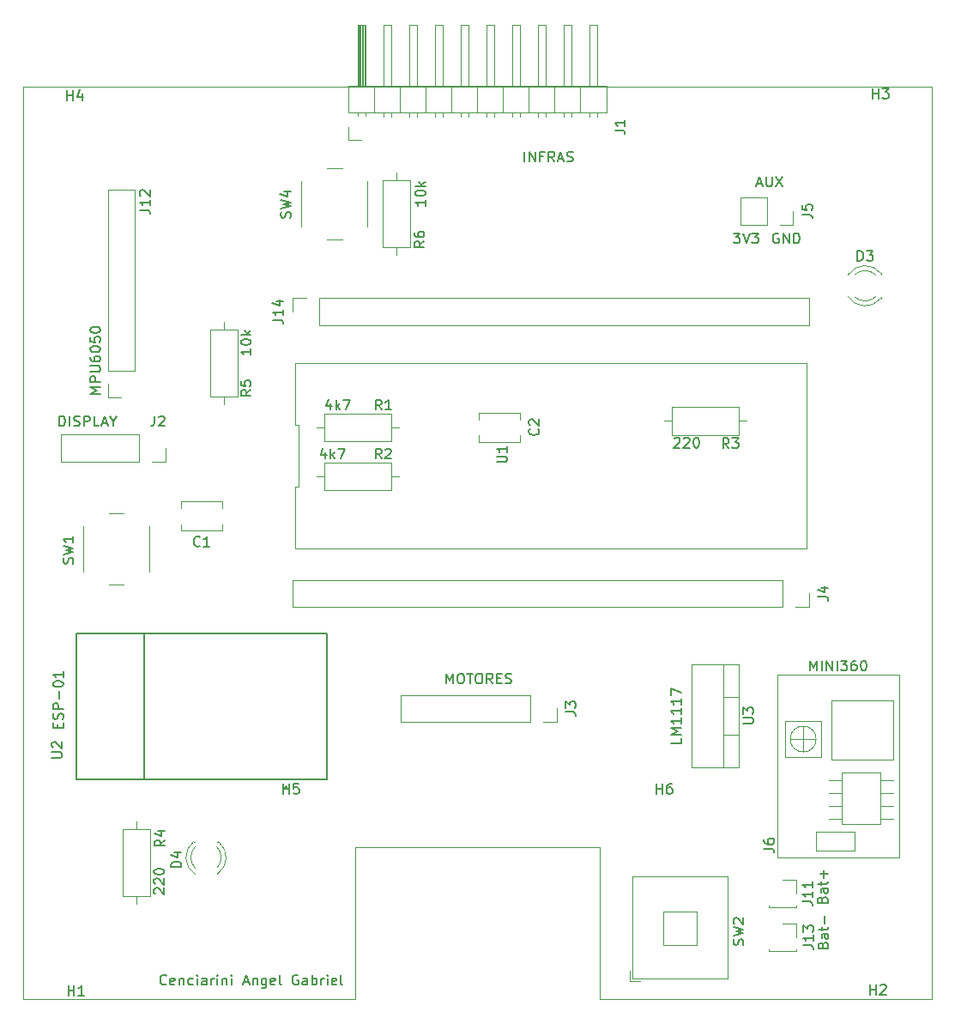
<source format=gbr>
%TF.GenerationSoftware,KiCad,Pcbnew,8.0.0*%
%TF.CreationDate,2024-07-22T23:58:40-03:00*%
%TF.ProjectId,PCB_Micro,5043425f-4d69-4637-926f-2e6b69636164,rev?*%
%TF.SameCoordinates,Original*%
%TF.FileFunction,Legend,Top*%
%TF.FilePolarity,Positive*%
%FSLAX46Y46*%
G04 Gerber Fmt 4.6, Leading zero omitted, Abs format (unit mm)*
G04 Created by KiCad (PCBNEW 8.0.0) date 2024-07-22 23:58:40*
%MOMM*%
%LPD*%
G01*
G04 APERTURE LIST*
%ADD10C,0.150000*%
%ADD11C,0.120000*%
%ADD12C,0.127000*%
%ADD13C,0.200000*%
%TA.AperFunction,Profile*%
%ADD14C,0.100000*%
%TD*%
G04 APERTURE END LIST*
D10*
X180971819Y-126144983D02*
X180971819Y-126621173D01*
X180971819Y-126621173D02*
X179971819Y-126621173D01*
X180971819Y-125811649D02*
X179971819Y-125811649D01*
X179971819Y-125811649D02*
X180686104Y-125478316D01*
X180686104Y-125478316D02*
X179971819Y-125144983D01*
X179971819Y-125144983D02*
X180971819Y-125144983D01*
X180971819Y-124144983D02*
X180971819Y-124716411D01*
X180971819Y-124430697D02*
X179971819Y-124430697D01*
X179971819Y-124430697D02*
X180114676Y-124525935D01*
X180114676Y-124525935D02*
X180209914Y-124621173D01*
X180209914Y-124621173D02*
X180257533Y-124716411D01*
X180971819Y-123192602D02*
X180971819Y-123764030D01*
X180971819Y-123478316D02*
X179971819Y-123478316D01*
X179971819Y-123478316D02*
X180114676Y-123573554D01*
X180114676Y-123573554D02*
X180209914Y-123668792D01*
X180209914Y-123668792D02*
X180257533Y-123764030D01*
X180971819Y-122240221D02*
X180971819Y-122811649D01*
X180971819Y-122525935D02*
X179971819Y-122525935D01*
X179971819Y-122525935D02*
X180114676Y-122621173D01*
X180114676Y-122621173D02*
X180209914Y-122716411D01*
X180209914Y-122716411D02*
X180257533Y-122811649D01*
X179971819Y-121906887D02*
X179971819Y-121240221D01*
X179971819Y-121240221D02*
X180971819Y-121668792D01*
X188503160Y-71466104D02*
X188979350Y-71466104D01*
X188407922Y-71751819D02*
X188741255Y-70751819D01*
X188741255Y-70751819D02*
X189074588Y-71751819D01*
X189407922Y-70751819D02*
X189407922Y-71561342D01*
X189407922Y-71561342D02*
X189455541Y-71656580D01*
X189455541Y-71656580D02*
X189503160Y-71704200D01*
X189503160Y-71704200D02*
X189598398Y-71751819D01*
X189598398Y-71751819D02*
X189788874Y-71751819D01*
X189788874Y-71751819D02*
X189884112Y-71704200D01*
X189884112Y-71704200D02*
X189931731Y-71656580D01*
X189931731Y-71656580D02*
X189979350Y-71561342D01*
X189979350Y-71561342D02*
X189979350Y-70751819D01*
X190360303Y-70751819D02*
X191026969Y-71751819D01*
X191026969Y-70751819D02*
X190360303Y-71751819D01*
X186169541Y-76339819D02*
X186788588Y-76339819D01*
X186788588Y-76339819D02*
X186455255Y-76720771D01*
X186455255Y-76720771D02*
X186598112Y-76720771D01*
X186598112Y-76720771D02*
X186693350Y-76768390D01*
X186693350Y-76768390D02*
X186740969Y-76816009D01*
X186740969Y-76816009D02*
X186788588Y-76911247D01*
X186788588Y-76911247D02*
X186788588Y-77149342D01*
X186788588Y-77149342D02*
X186740969Y-77244580D01*
X186740969Y-77244580D02*
X186693350Y-77292200D01*
X186693350Y-77292200D02*
X186598112Y-77339819D01*
X186598112Y-77339819D02*
X186312398Y-77339819D01*
X186312398Y-77339819D02*
X186217160Y-77292200D01*
X186217160Y-77292200D02*
X186169541Y-77244580D01*
X187074303Y-76339819D02*
X187407636Y-77339819D01*
X187407636Y-77339819D02*
X187740969Y-76339819D01*
X187979065Y-76339819D02*
X188598112Y-76339819D01*
X188598112Y-76339819D02*
X188264779Y-76720771D01*
X188264779Y-76720771D02*
X188407636Y-76720771D01*
X188407636Y-76720771D02*
X188502874Y-76768390D01*
X188502874Y-76768390D02*
X188550493Y-76816009D01*
X188550493Y-76816009D02*
X188598112Y-76911247D01*
X188598112Y-76911247D02*
X188598112Y-77149342D01*
X188598112Y-77149342D02*
X188550493Y-77244580D01*
X188550493Y-77244580D02*
X188502874Y-77292200D01*
X188502874Y-77292200D02*
X188407636Y-77339819D01*
X188407636Y-77339819D02*
X188121922Y-77339819D01*
X188121922Y-77339819D02*
X188026684Y-77292200D01*
X188026684Y-77292200D02*
X187979065Y-77244580D01*
X194926009Y-142077887D02*
X194973628Y-141935030D01*
X194973628Y-141935030D02*
X195021247Y-141887411D01*
X195021247Y-141887411D02*
X195116485Y-141839792D01*
X195116485Y-141839792D02*
X195259342Y-141839792D01*
X195259342Y-141839792D02*
X195354580Y-141887411D01*
X195354580Y-141887411D02*
X195402200Y-141935030D01*
X195402200Y-141935030D02*
X195449819Y-142030268D01*
X195449819Y-142030268D02*
X195449819Y-142411220D01*
X195449819Y-142411220D02*
X194449819Y-142411220D01*
X194449819Y-142411220D02*
X194449819Y-142077887D01*
X194449819Y-142077887D02*
X194497438Y-141982649D01*
X194497438Y-141982649D02*
X194545057Y-141935030D01*
X194545057Y-141935030D02*
X194640295Y-141887411D01*
X194640295Y-141887411D02*
X194735533Y-141887411D01*
X194735533Y-141887411D02*
X194830771Y-141935030D01*
X194830771Y-141935030D02*
X194878390Y-141982649D01*
X194878390Y-141982649D02*
X194926009Y-142077887D01*
X194926009Y-142077887D02*
X194926009Y-142411220D01*
X195449819Y-140982649D02*
X194926009Y-140982649D01*
X194926009Y-140982649D02*
X194830771Y-141030268D01*
X194830771Y-141030268D02*
X194783152Y-141125506D01*
X194783152Y-141125506D02*
X194783152Y-141315982D01*
X194783152Y-141315982D02*
X194830771Y-141411220D01*
X195402200Y-140982649D02*
X195449819Y-141077887D01*
X195449819Y-141077887D02*
X195449819Y-141315982D01*
X195449819Y-141315982D02*
X195402200Y-141411220D01*
X195402200Y-141411220D02*
X195306961Y-141458839D01*
X195306961Y-141458839D02*
X195211723Y-141458839D01*
X195211723Y-141458839D02*
X195116485Y-141411220D01*
X195116485Y-141411220D02*
X195068866Y-141315982D01*
X195068866Y-141315982D02*
X195068866Y-141077887D01*
X195068866Y-141077887D02*
X195021247Y-140982649D01*
X194783152Y-140649315D02*
X194783152Y-140268363D01*
X194449819Y-140506458D02*
X195306961Y-140506458D01*
X195306961Y-140506458D02*
X195402200Y-140458839D01*
X195402200Y-140458839D02*
X195449819Y-140363601D01*
X195449819Y-140363601D02*
X195449819Y-140268363D01*
X195068866Y-139935029D02*
X195068866Y-139173125D01*
X195449819Y-139554077D02*
X194687914Y-139554077D01*
X193711780Y-119503819D02*
X193711780Y-118503819D01*
X193711780Y-118503819D02*
X194045113Y-119218104D01*
X194045113Y-119218104D02*
X194378446Y-118503819D01*
X194378446Y-118503819D02*
X194378446Y-119503819D01*
X194854637Y-119503819D02*
X194854637Y-118503819D01*
X195330827Y-119503819D02*
X195330827Y-118503819D01*
X195330827Y-118503819D02*
X195902255Y-119503819D01*
X195902255Y-119503819D02*
X195902255Y-118503819D01*
X196378446Y-119503819D02*
X196378446Y-118503819D01*
X196759398Y-118503819D02*
X197378445Y-118503819D01*
X197378445Y-118503819D02*
X197045112Y-118884771D01*
X197045112Y-118884771D02*
X197187969Y-118884771D01*
X197187969Y-118884771D02*
X197283207Y-118932390D01*
X197283207Y-118932390D02*
X197330826Y-118980009D01*
X197330826Y-118980009D02*
X197378445Y-119075247D01*
X197378445Y-119075247D02*
X197378445Y-119313342D01*
X197378445Y-119313342D02*
X197330826Y-119408580D01*
X197330826Y-119408580D02*
X197283207Y-119456200D01*
X197283207Y-119456200D02*
X197187969Y-119503819D01*
X197187969Y-119503819D02*
X196902255Y-119503819D01*
X196902255Y-119503819D02*
X196807017Y-119456200D01*
X196807017Y-119456200D02*
X196759398Y-119408580D01*
X198235588Y-118503819D02*
X198045112Y-118503819D01*
X198045112Y-118503819D02*
X197949874Y-118551438D01*
X197949874Y-118551438D02*
X197902255Y-118599057D01*
X197902255Y-118599057D02*
X197807017Y-118741914D01*
X197807017Y-118741914D02*
X197759398Y-118932390D01*
X197759398Y-118932390D02*
X197759398Y-119313342D01*
X197759398Y-119313342D02*
X197807017Y-119408580D01*
X197807017Y-119408580D02*
X197854636Y-119456200D01*
X197854636Y-119456200D02*
X197949874Y-119503819D01*
X197949874Y-119503819D02*
X198140350Y-119503819D01*
X198140350Y-119503819D02*
X198235588Y-119456200D01*
X198235588Y-119456200D02*
X198283207Y-119408580D01*
X198283207Y-119408580D02*
X198330826Y-119313342D01*
X198330826Y-119313342D02*
X198330826Y-119075247D01*
X198330826Y-119075247D02*
X198283207Y-118980009D01*
X198283207Y-118980009D02*
X198235588Y-118932390D01*
X198235588Y-118932390D02*
X198140350Y-118884771D01*
X198140350Y-118884771D02*
X197949874Y-118884771D01*
X197949874Y-118884771D02*
X197854636Y-118932390D01*
X197854636Y-118932390D02*
X197807017Y-118980009D01*
X197807017Y-118980009D02*
X197759398Y-119075247D01*
X198949874Y-118503819D02*
X199045112Y-118503819D01*
X199045112Y-118503819D02*
X199140350Y-118551438D01*
X199140350Y-118551438D02*
X199187969Y-118599057D01*
X199187969Y-118599057D02*
X199235588Y-118694295D01*
X199235588Y-118694295D02*
X199283207Y-118884771D01*
X199283207Y-118884771D02*
X199283207Y-119122866D01*
X199283207Y-119122866D02*
X199235588Y-119313342D01*
X199235588Y-119313342D02*
X199187969Y-119408580D01*
X199187969Y-119408580D02*
X199140350Y-119456200D01*
X199140350Y-119456200D02*
X199045112Y-119503819D01*
X199045112Y-119503819D02*
X198949874Y-119503819D01*
X198949874Y-119503819D02*
X198854636Y-119456200D01*
X198854636Y-119456200D02*
X198807017Y-119408580D01*
X198807017Y-119408580D02*
X198759398Y-119313342D01*
X198759398Y-119313342D02*
X198711779Y-119122866D01*
X198711779Y-119122866D02*
X198711779Y-118884771D01*
X198711779Y-118884771D02*
X198759398Y-118694295D01*
X198759398Y-118694295D02*
X198807017Y-118599057D01*
X198807017Y-118599057D02*
X198854636Y-118551438D01*
X198854636Y-118551438D02*
X198949874Y-118503819D01*
X130194207Y-150396580D02*
X130146588Y-150444200D01*
X130146588Y-150444200D02*
X130003731Y-150491819D01*
X130003731Y-150491819D02*
X129908493Y-150491819D01*
X129908493Y-150491819D02*
X129765636Y-150444200D01*
X129765636Y-150444200D02*
X129670398Y-150348961D01*
X129670398Y-150348961D02*
X129622779Y-150253723D01*
X129622779Y-150253723D02*
X129575160Y-150063247D01*
X129575160Y-150063247D02*
X129575160Y-149920390D01*
X129575160Y-149920390D02*
X129622779Y-149729914D01*
X129622779Y-149729914D02*
X129670398Y-149634676D01*
X129670398Y-149634676D02*
X129765636Y-149539438D01*
X129765636Y-149539438D02*
X129908493Y-149491819D01*
X129908493Y-149491819D02*
X130003731Y-149491819D01*
X130003731Y-149491819D02*
X130146588Y-149539438D01*
X130146588Y-149539438D02*
X130194207Y-149587057D01*
X131003731Y-150444200D02*
X130908493Y-150491819D01*
X130908493Y-150491819D02*
X130718017Y-150491819D01*
X130718017Y-150491819D02*
X130622779Y-150444200D01*
X130622779Y-150444200D02*
X130575160Y-150348961D01*
X130575160Y-150348961D02*
X130575160Y-149968009D01*
X130575160Y-149968009D02*
X130622779Y-149872771D01*
X130622779Y-149872771D02*
X130718017Y-149825152D01*
X130718017Y-149825152D02*
X130908493Y-149825152D01*
X130908493Y-149825152D02*
X131003731Y-149872771D01*
X131003731Y-149872771D02*
X131051350Y-149968009D01*
X131051350Y-149968009D02*
X131051350Y-150063247D01*
X131051350Y-150063247D02*
X130575160Y-150158485D01*
X131479922Y-149825152D02*
X131479922Y-150491819D01*
X131479922Y-149920390D02*
X131527541Y-149872771D01*
X131527541Y-149872771D02*
X131622779Y-149825152D01*
X131622779Y-149825152D02*
X131765636Y-149825152D01*
X131765636Y-149825152D02*
X131860874Y-149872771D01*
X131860874Y-149872771D02*
X131908493Y-149968009D01*
X131908493Y-149968009D02*
X131908493Y-150491819D01*
X132813255Y-150444200D02*
X132718017Y-150491819D01*
X132718017Y-150491819D02*
X132527541Y-150491819D01*
X132527541Y-150491819D02*
X132432303Y-150444200D01*
X132432303Y-150444200D02*
X132384684Y-150396580D01*
X132384684Y-150396580D02*
X132337065Y-150301342D01*
X132337065Y-150301342D02*
X132337065Y-150015628D01*
X132337065Y-150015628D02*
X132384684Y-149920390D01*
X132384684Y-149920390D02*
X132432303Y-149872771D01*
X132432303Y-149872771D02*
X132527541Y-149825152D01*
X132527541Y-149825152D02*
X132718017Y-149825152D01*
X132718017Y-149825152D02*
X132813255Y-149872771D01*
X133241827Y-150491819D02*
X133241827Y-149825152D01*
X133241827Y-149491819D02*
X133194208Y-149539438D01*
X133194208Y-149539438D02*
X133241827Y-149587057D01*
X133241827Y-149587057D02*
X133289446Y-149539438D01*
X133289446Y-149539438D02*
X133241827Y-149491819D01*
X133241827Y-149491819D02*
X133241827Y-149587057D01*
X134146588Y-150491819D02*
X134146588Y-149968009D01*
X134146588Y-149968009D02*
X134098969Y-149872771D01*
X134098969Y-149872771D02*
X134003731Y-149825152D01*
X134003731Y-149825152D02*
X133813255Y-149825152D01*
X133813255Y-149825152D02*
X133718017Y-149872771D01*
X134146588Y-150444200D02*
X134051350Y-150491819D01*
X134051350Y-150491819D02*
X133813255Y-150491819D01*
X133813255Y-150491819D02*
X133718017Y-150444200D01*
X133718017Y-150444200D02*
X133670398Y-150348961D01*
X133670398Y-150348961D02*
X133670398Y-150253723D01*
X133670398Y-150253723D02*
X133718017Y-150158485D01*
X133718017Y-150158485D02*
X133813255Y-150110866D01*
X133813255Y-150110866D02*
X134051350Y-150110866D01*
X134051350Y-150110866D02*
X134146588Y-150063247D01*
X134622779Y-150491819D02*
X134622779Y-149825152D01*
X134622779Y-150015628D02*
X134670398Y-149920390D01*
X134670398Y-149920390D02*
X134718017Y-149872771D01*
X134718017Y-149872771D02*
X134813255Y-149825152D01*
X134813255Y-149825152D02*
X134908493Y-149825152D01*
X135241827Y-150491819D02*
X135241827Y-149825152D01*
X135241827Y-149491819D02*
X135194208Y-149539438D01*
X135194208Y-149539438D02*
X135241827Y-149587057D01*
X135241827Y-149587057D02*
X135289446Y-149539438D01*
X135289446Y-149539438D02*
X135241827Y-149491819D01*
X135241827Y-149491819D02*
X135241827Y-149587057D01*
X135718017Y-149825152D02*
X135718017Y-150491819D01*
X135718017Y-149920390D02*
X135765636Y-149872771D01*
X135765636Y-149872771D02*
X135860874Y-149825152D01*
X135860874Y-149825152D02*
X136003731Y-149825152D01*
X136003731Y-149825152D02*
X136098969Y-149872771D01*
X136098969Y-149872771D02*
X136146588Y-149968009D01*
X136146588Y-149968009D02*
X136146588Y-150491819D01*
X136622779Y-150491819D02*
X136622779Y-149825152D01*
X136622779Y-149491819D02*
X136575160Y-149539438D01*
X136575160Y-149539438D02*
X136622779Y-149587057D01*
X136622779Y-149587057D02*
X136670398Y-149539438D01*
X136670398Y-149539438D02*
X136622779Y-149491819D01*
X136622779Y-149491819D02*
X136622779Y-149587057D01*
X137813255Y-150206104D02*
X138289445Y-150206104D01*
X137718017Y-150491819D02*
X138051350Y-149491819D01*
X138051350Y-149491819D02*
X138384683Y-150491819D01*
X138718017Y-149825152D02*
X138718017Y-150491819D01*
X138718017Y-149920390D02*
X138765636Y-149872771D01*
X138765636Y-149872771D02*
X138860874Y-149825152D01*
X138860874Y-149825152D02*
X139003731Y-149825152D01*
X139003731Y-149825152D02*
X139098969Y-149872771D01*
X139098969Y-149872771D02*
X139146588Y-149968009D01*
X139146588Y-149968009D02*
X139146588Y-150491819D01*
X140051350Y-149825152D02*
X140051350Y-150634676D01*
X140051350Y-150634676D02*
X140003731Y-150729914D01*
X140003731Y-150729914D02*
X139956112Y-150777533D01*
X139956112Y-150777533D02*
X139860874Y-150825152D01*
X139860874Y-150825152D02*
X139718017Y-150825152D01*
X139718017Y-150825152D02*
X139622779Y-150777533D01*
X140051350Y-150444200D02*
X139956112Y-150491819D01*
X139956112Y-150491819D02*
X139765636Y-150491819D01*
X139765636Y-150491819D02*
X139670398Y-150444200D01*
X139670398Y-150444200D02*
X139622779Y-150396580D01*
X139622779Y-150396580D02*
X139575160Y-150301342D01*
X139575160Y-150301342D02*
X139575160Y-150015628D01*
X139575160Y-150015628D02*
X139622779Y-149920390D01*
X139622779Y-149920390D02*
X139670398Y-149872771D01*
X139670398Y-149872771D02*
X139765636Y-149825152D01*
X139765636Y-149825152D02*
X139956112Y-149825152D01*
X139956112Y-149825152D02*
X140051350Y-149872771D01*
X140908493Y-150444200D02*
X140813255Y-150491819D01*
X140813255Y-150491819D02*
X140622779Y-150491819D01*
X140622779Y-150491819D02*
X140527541Y-150444200D01*
X140527541Y-150444200D02*
X140479922Y-150348961D01*
X140479922Y-150348961D02*
X140479922Y-149968009D01*
X140479922Y-149968009D02*
X140527541Y-149872771D01*
X140527541Y-149872771D02*
X140622779Y-149825152D01*
X140622779Y-149825152D02*
X140813255Y-149825152D01*
X140813255Y-149825152D02*
X140908493Y-149872771D01*
X140908493Y-149872771D02*
X140956112Y-149968009D01*
X140956112Y-149968009D02*
X140956112Y-150063247D01*
X140956112Y-150063247D02*
X140479922Y-150158485D01*
X141527541Y-150491819D02*
X141432303Y-150444200D01*
X141432303Y-150444200D02*
X141384684Y-150348961D01*
X141384684Y-150348961D02*
X141384684Y-149491819D01*
X143194208Y-149539438D02*
X143098970Y-149491819D01*
X143098970Y-149491819D02*
X142956113Y-149491819D01*
X142956113Y-149491819D02*
X142813256Y-149539438D01*
X142813256Y-149539438D02*
X142718018Y-149634676D01*
X142718018Y-149634676D02*
X142670399Y-149729914D01*
X142670399Y-149729914D02*
X142622780Y-149920390D01*
X142622780Y-149920390D02*
X142622780Y-150063247D01*
X142622780Y-150063247D02*
X142670399Y-150253723D01*
X142670399Y-150253723D02*
X142718018Y-150348961D01*
X142718018Y-150348961D02*
X142813256Y-150444200D01*
X142813256Y-150444200D02*
X142956113Y-150491819D01*
X142956113Y-150491819D02*
X143051351Y-150491819D01*
X143051351Y-150491819D02*
X143194208Y-150444200D01*
X143194208Y-150444200D02*
X143241827Y-150396580D01*
X143241827Y-150396580D02*
X143241827Y-150063247D01*
X143241827Y-150063247D02*
X143051351Y-150063247D01*
X144098970Y-150491819D02*
X144098970Y-149968009D01*
X144098970Y-149968009D02*
X144051351Y-149872771D01*
X144051351Y-149872771D02*
X143956113Y-149825152D01*
X143956113Y-149825152D02*
X143765637Y-149825152D01*
X143765637Y-149825152D02*
X143670399Y-149872771D01*
X144098970Y-150444200D02*
X144003732Y-150491819D01*
X144003732Y-150491819D02*
X143765637Y-150491819D01*
X143765637Y-150491819D02*
X143670399Y-150444200D01*
X143670399Y-150444200D02*
X143622780Y-150348961D01*
X143622780Y-150348961D02*
X143622780Y-150253723D01*
X143622780Y-150253723D02*
X143670399Y-150158485D01*
X143670399Y-150158485D02*
X143765637Y-150110866D01*
X143765637Y-150110866D02*
X144003732Y-150110866D01*
X144003732Y-150110866D02*
X144098970Y-150063247D01*
X144575161Y-150491819D02*
X144575161Y-149491819D01*
X144575161Y-149872771D02*
X144670399Y-149825152D01*
X144670399Y-149825152D02*
X144860875Y-149825152D01*
X144860875Y-149825152D02*
X144956113Y-149872771D01*
X144956113Y-149872771D02*
X145003732Y-149920390D01*
X145003732Y-149920390D02*
X145051351Y-150015628D01*
X145051351Y-150015628D02*
X145051351Y-150301342D01*
X145051351Y-150301342D02*
X145003732Y-150396580D01*
X145003732Y-150396580D02*
X144956113Y-150444200D01*
X144956113Y-150444200D02*
X144860875Y-150491819D01*
X144860875Y-150491819D02*
X144670399Y-150491819D01*
X144670399Y-150491819D02*
X144575161Y-150444200D01*
X145479923Y-150491819D02*
X145479923Y-149825152D01*
X145479923Y-150015628D02*
X145527542Y-149920390D01*
X145527542Y-149920390D02*
X145575161Y-149872771D01*
X145575161Y-149872771D02*
X145670399Y-149825152D01*
X145670399Y-149825152D02*
X145765637Y-149825152D01*
X146098971Y-150491819D02*
X146098971Y-149825152D01*
X146098971Y-149491819D02*
X146051352Y-149539438D01*
X146051352Y-149539438D02*
X146098971Y-149587057D01*
X146098971Y-149587057D02*
X146146590Y-149539438D01*
X146146590Y-149539438D02*
X146098971Y-149491819D01*
X146098971Y-149491819D02*
X146098971Y-149587057D01*
X146956113Y-150444200D02*
X146860875Y-150491819D01*
X146860875Y-150491819D02*
X146670399Y-150491819D01*
X146670399Y-150491819D02*
X146575161Y-150444200D01*
X146575161Y-150444200D02*
X146527542Y-150348961D01*
X146527542Y-150348961D02*
X146527542Y-149968009D01*
X146527542Y-149968009D02*
X146575161Y-149872771D01*
X146575161Y-149872771D02*
X146670399Y-149825152D01*
X146670399Y-149825152D02*
X146860875Y-149825152D01*
X146860875Y-149825152D02*
X146956113Y-149872771D01*
X146956113Y-149872771D02*
X147003732Y-149968009D01*
X147003732Y-149968009D02*
X147003732Y-150063247D01*
X147003732Y-150063247D02*
X146527542Y-150158485D01*
X147575161Y-150491819D02*
X147479923Y-150444200D01*
X147479923Y-150444200D02*
X147432304Y-150348961D01*
X147432304Y-150348961D02*
X147432304Y-149491819D01*
X119488009Y-125139220D02*
X119488009Y-124805887D01*
X120011819Y-124663030D02*
X120011819Y-125139220D01*
X120011819Y-125139220D02*
X119011819Y-125139220D01*
X119011819Y-125139220D02*
X119011819Y-124663030D01*
X119964200Y-124282077D02*
X120011819Y-124139220D01*
X120011819Y-124139220D02*
X120011819Y-123901125D01*
X120011819Y-123901125D02*
X119964200Y-123805887D01*
X119964200Y-123805887D02*
X119916580Y-123758268D01*
X119916580Y-123758268D02*
X119821342Y-123710649D01*
X119821342Y-123710649D02*
X119726104Y-123710649D01*
X119726104Y-123710649D02*
X119630866Y-123758268D01*
X119630866Y-123758268D02*
X119583247Y-123805887D01*
X119583247Y-123805887D02*
X119535628Y-123901125D01*
X119535628Y-123901125D02*
X119488009Y-124091601D01*
X119488009Y-124091601D02*
X119440390Y-124186839D01*
X119440390Y-124186839D02*
X119392771Y-124234458D01*
X119392771Y-124234458D02*
X119297533Y-124282077D01*
X119297533Y-124282077D02*
X119202295Y-124282077D01*
X119202295Y-124282077D02*
X119107057Y-124234458D01*
X119107057Y-124234458D02*
X119059438Y-124186839D01*
X119059438Y-124186839D02*
X119011819Y-124091601D01*
X119011819Y-124091601D02*
X119011819Y-123853506D01*
X119011819Y-123853506D02*
X119059438Y-123710649D01*
X120011819Y-123282077D02*
X119011819Y-123282077D01*
X119011819Y-123282077D02*
X119011819Y-122901125D01*
X119011819Y-122901125D02*
X119059438Y-122805887D01*
X119059438Y-122805887D02*
X119107057Y-122758268D01*
X119107057Y-122758268D02*
X119202295Y-122710649D01*
X119202295Y-122710649D02*
X119345152Y-122710649D01*
X119345152Y-122710649D02*
X119440390Y-122758268D01*
X119440390Y-122758268D02*
X119488009Y-122805887D01*
X119488009Y-122805887D02*
X119535628Y-122901125D01*
X119535628Y-122901125D02*
X119535628Y-123282077D01*
X119630866Y-122282077D02*
X119630866Y-121520173D01*
X119011819Y-120853506D02*
X119011819Y-120758268D01*
X119011819Y-120758268D02*
X119059438Y-120663030D01*
X119059438Y-120663030D02*
X119107057Y-120615411D01*
X119107057Y-120615411D02*
X119202295Y-120567792D01*
X119202295Y-120567792D02*
X119392771Y-120520173D01*
X119392771Y-120520173D02*
X119630866Y-120520173D01*
X119630866Y-120520173D02*
X119821342Y-120567792D01*
X119821342Y-120567792D02*
X119916580Y-120615411D01*
X119916580Y-120615411D02*
X119964200Y-120663030D01*
X119964200Y-120663030D02*
X120011819Y-120758268D01*
X120011819Y-120758268D02*
X120011819Y-120853506D01*
X120011819Y-120853506D02*
X119964200Y-120948744D01*
X119964200Y-120948744D02*
X119916580Y-120996363D01*
X119916580Y-120996363D02*
X119821342Y-121043982D01*
X119821342Y-121043982D02*
X119630866Y-121091601D01*
X119630866Y-121091601D02*
X119392771Y-121091601D01*
X119392771Y-121091601D02*
X119202295Y-121043982D01*
X119202295Y-121043982D02*
X119107057Y-120996363D01*
X119107057Y-120996363D02*
X119059438Y-120948744D01*
X119059438Y-120948744D02*
X119011819Y-120853506D01*
X120011819Y-119567792D02*
X120011819Y-120139220D01*
X120011819Y-119853506D02*
X119011819Y-119853506D01*
X119011819Y-119853506D02*
X119154676Y-119948744D01*
X119154676Y-119948744D02*
X119249914Y-120043982D01*
X119249914Y-120043982D02*
X119297533Y-120139220D01*
X157819208Y-120773819D02*
X157819208Y-119773819D01*
X157819208Y-119773819D02*
X158152541Y-120488104D01*
X158152541Y-120488104D02*
X158485874Y-119773819D01*
X158485874Y-119773819D02*
X158485874Y-120773819D01*
X159152541Y-119773819D02*
X159343017Y-119773819D01*
X159343017Y-119773819D02*
X159438255Y-119821438D01*
X159438255Y-119821438D02*
X159533493Y-119916676D01*
X159533493Y-119916676D02*
X159581112Y-120107152D01*
X159581112Y-120107152D02*
X159581112Y-120440485D01*
X159581112Y-120440485D02*
X159533493Y-120630961D01*
X159533493Y-120630961D02*
X159438255Y-120726200D01*
X159438255Y-120726200D02*
X159343017Y-120773819D01*
X159343017Y-120773819D02*
X159152541Y-120773819D01*
X159152541Y-120773819D02*
X159057303Y-120726200D01*
X159057303Y-120726200D02*
X158962065Y-120630961D01*
X158962065Y-120630961D02*
X158914446Y-120440485D01*
X158914446Y-120440485D02*
X158914446Y-120107152D01*
X158914446Y-120107152D02*
X158962065Y-119916676D01*
X158962065Y-119916676D02*
X159057303Y-119821438D01*
X159057303Y-119821438D02*
X159152541Y-119773819D01*
X159866827Y-119773819D02*
X160438255Y-119773819D01*
X160152541Y-120773819D02*
X160152541Y-119773819D01*
X160962065Y-119773819D02*
X161152541Y-119773819D01*
X161152541Y-119773819D02*
X161247779Y-119821438D01*
X161247779Y-119821438D02*
X161343017Y-119916676D01*
X161343017Y-119916676D02*
X161390636Y-120107152D01*
X161390636Y-120107152D02*
X161390636Y-120440485D01*
X161390636Y-120440485D02*
X161343017Y-120630961D01*
X161343017Y-120630961D02*
X161247779Y-120726200D01*
X161247779Y-120726200D02*
X161152541Y-120773819D01*
X161152541Y-120773819D02*
X160962065Y-120773819D01*
X160962065Y-120773819D02*
X160866827Y-120726200D01*
X160866827Y-120726200D02*
X160771589Y-120630961D01*
X160771589Y-120630961D02*
X160723970Y-120440485D01*
X160723970Y-120440485D02*
X160723970Y-120107152D01*
X160723970Y-120107152D02*
X160771589Y-119916676D01*
X160771589Y-119916676D02*
X160866827Y-119821438D01*
X160866827Y-119821438D02*
X160962065Y-119773819D01*
X162390636Y-120773819D02*
X162057303Y-120297628D01*
X161819208Y-120773819D02*
X161819208Y-119773819D01*
X161819208Y-119773819D02*
X162200160Y-119773819D01*
X162200160Y-119773819D02*
X162295398Y-119821438D01*
X162295398Y-119821438D02*
X162343017Y-119869057D01*
X162343017Y-119869057D02*
X162390636Y-119964295D01*
X162390636Y-119964295D02*
X162390636Y-120107152D01*
X162390636Y-120107152D02*
X162343017Y-120202390D01*
X162343017Y-120202390D02*
X162295398Y-120250009D01*
X162295398Y-120250009D02*
X162200160Y-120297628D01*
X162200160Y-120297628D02*
X161819208Y-120297628D01*
X162819208Y-120250009D02*
X163152541Y-120250009D01*
X163295398Y-120773819D02*
X162819208Y-120773819D01*
X162819208Y-120773819D02*
X162819208Y-119773819D01*
X162819208Y-119773819D02*
X163295398Y-119773819D01*
X163676351Y-120726200D02*
X163819208Y-120773819D01*
X163819208Y-120773819D02*
X164057303Y-120773819D01*
X164057303Y-120773819D02*
X164152541Y-120726200D01*
X164152541Y-120726200D02*
X164200160Y-120678580D01*
X164200160Y-120678580D02*
X164247779Y-120583342D01*
X164247779Y-120583342D02*
X164247779Y-120488104D01*
X164247779Y-120488104D02*
X164200160Y-120392866D01*
X164200160Y-120392866D02*
X164152541Y-120345247D01*
X164152541Y-120345247D02*
X164057303Y-120297628D01*
X164057303Y-120297628D02*
X163866827Y-120250009D01*
X163866827Y-120250009D02*
X163771589Y-120202390D01*
X163771589Y-120202390D02*
X163723970Y-120154771D01*
X163723970Y-120154771D02*
X163676351Y-120059533D01*
X163676351Y-120059533D02*
X163676351Y-119964295D01*
X163676351Y-119964295D02*
X163723970Y-119869057D01*
X163723970Y-119869057D02*
X163771589Y-119821438D01*
X163771589Y-119821438D02*
X163866827Y-119773819D01*
X163866827Y-119773819D02*
X164104922Y-119773819D01*
X164104922Y-119773819D02*
X164247779Y-119821438D01*
X190598588Y-76387438D02*
X190503350Y-76339819D01*
X190503350Y-76339819D02*
X190360493Y-76339819D01*
X190360493Y-76339819D02*
X190217636Y-76387438D01*
X190217636Y-76387438D02*
X190122398Y-76482676D01*
X190122398Y-76482676D02*
X190074779Y-76577914D01*
X190074779Y-76577914D02*
X190027160Y-76768390D01*
X190027160Y-76768390D02*
X190027160Y-76911247D01*
X190027160Y-76911247D02*
X190074779Y-77101723D01*
X190074779Y-77101723D02*
X190122398Y-77196961D01*
X190122398Y-77196961D02*
X190217636Y-77292200D01*
X190217636Y-77292200D02*
X190360493Y-77339819D01*
X190360493Y-77339819D02*
X190455731Y-77339819D01*
X190455731Y-77339819D02*
X190598588Y-77292200D01*
X190598588Y-77292200D02*
X190646207Y-77244580D01*
X190646207Y-77244580D02*
X190646207Y-76911247D01*
X190646207Y-76911247D02*
X190455731Y-76911247D01*
X191074779Y-77339819D02*
X191074779Y-76339819D01*
X191074779Y-76339819D02*
X191646207Y-77339819D01*
X191646207Y-77339819D02*
X191646207Y-76339819D01*
X192122398Y-77339819D02*
X192122398Y-76339819D01*
X192122398Y-76339819D02*
X192360493Y-76339819D01*
X192360493Y-76339819D02*
X192503350Y-76387438D01*
X192503350Y-76387438D02*
X192598588Y-76482676D01*
X192598588Y-76482676D02*
X192646207Y-76577914D01*
X192646207Y-76577914D02*
X192693826Y-76768390D01*
X192693826Y-76768390D02*
X192693826Y-76911247D01*
X192693826Y-76911247D02*
X192646207Y-77101723D01*
X192646207Y-77101723D02*
X192598588Y-77196961D01*
X192598588Y-77196961D02*
X192503350Y-77292200D01*
X192503350Y-77292200D02*
X192360493Y-77339819D01*
X192360493Y-77339819D02*
X192122398Y-77339819D01*
X131666819Y-138885094D02*
X130666819Y-138885094D01*
X130666819Y-138885094D02*
X130666819Y-138646999D01*
X130666819Y-138646999D02*
X130714438Y-138504142D01*
X130714438Y-138504142D02*
X130809676Y-138408904D01*
X130809676Y-138408904D02*
X130904914Y-138361285D01*
X130904914Y-138361285D02*
X131095390Y-138313666D01*
X131095390Y-138313666D02*
X131238247Y-138313666D01*
X131238247Y-138313666D02*
X131428723Y-138361285D01*
X131428723Y-138361285D02*
X131523961Y-138408904D01*
X131523961Y-138408904D02*
X131619200Y-138504142D01*
X131619200Y-138504142D02*
X131666819Y-138646999D01*
X131666819Y-138646999D02*
X131666819Y-138885094D01*
X131000152Y-137456523D02*
X131666819Y-137456523D01*
X130619200Y-137694618D02*
X131333485Y-137932713D01*
X131333485Y-137932713D02*
X131333485Y-137313666D01*
X120516095Y-151536819D02*
X120516095Y-150536819D01*
X120516095Y-151013009D02*
X121087523Y-151013009D01*
X121087523Y-151536819D02*
X121087523Y-150536819D01*
X122087523Y-151536819D02*
X121516095Y-151536819D01*
X121801809Y-151536819D02*
X121801809Y-150536819D01*
X121801809Y-150536819D02*
X121706571Y-150679676D01*
X121706571Y-150679676D02*
X121611333Y-150774914D01*
X121611333Y-150774914D02*
X121516095Y-150822533D01*
X155648819Y-77128666D02*
X155172628Y-77461999D01*
X155648819Y-77700094D02*
X154648819Y-77700094D01*
X154648819Y-77700094D02*
X154648819Y-77319142D01*
X154648819Y-77319142D02*
X154696438Y-77223904D01*
X154696438Y-77223904D02*
X154744057Y-77176285D01*
X154744057Y-77176285D02*
X154839295Y-77128666D01*
X154839295Y-77128666D02*
X154982152Y-77128666D01*
X154982152Y-77128666D02*
X155077390Y-77176285D01*
X155077390Y-77176285D02*
X155125009Y-77223904D01*
X155125009Y-77223904D02*
X155172628Y-77319142D01*
X155172628Y-77319142D02*
X155172628Y-77700094D01*
X154648819Y-76271523D02*
X154648819Y-76461999D01*
X154648819Y-76461999D02*
X154696438Y-76557237D01*
X154696438Y-76557237D02*
X154744057Y-76604856D01*
X154744057Y-76604856D02*
X154886914Y-76700094D01*
X154886914Y-76700094D02*
X155077390Y-76747713D01*
X155077390Y-76747713D02*
X155458342Y-76747713D01*
X155458342Y-76747713D02*
X155553580Y-76700094D01*
X155553580Y-76700094D02*
X155601200Y-76652475D01*
X155601200Y-76652475D02*
X155648819Y-76557237D01*
X155648819Y-76557237D02*
X155648819Y-76366761D01*
X155648819Y-76366761D02*
X155601200Y-76271523D01*
X155601200Y-76271523D02*
X155553580Y-76223904D01*
X155553580Y-76223904D02*
X155458342Y-76176285D01*
X155458342Y-76176285D02*
X155220247Y-76176285D01*
X155220247Y-76176285D02*
X155125009Y-76223904D01*
X155125009Y-76223904D02*
X155077390Y-76271523D01*
X155077390Y-76271523D02*
X155029771Y-76366761D01*
X155029771Y-76366761D02*
X155029771Y-76557237D01*
X155029771Y-76557237D02*
X155077390Y-76652475D01*
X155077390Y-76652475D02*
X155125009Y-76700094D01*
X155125009Y-76700094D02*
X155220247Y-76747713D01*
X155748819Y-73057238D02*
X155748819Y-73628666D01*
X155748819Y-73342952D02*
X154748819Y-73342952D01*
X154748819Y-73342952D02*
X154891676Y-73438190D01*
X154891676Y-73438190D02*
X154986914Y-73533428D01*
X154986914Y-73533428D02*
X155034533Y-73628666D01*
X154748819Y-72438190D02*
X154748819Y-72342952D01*
X154748819Y-72342952D02*
X154796438Y-72247714D01*
X154796438Y-72247714D02*
X154844057Y-72200095D01*
X154844057Y-72200095D02*
X154939295Y-72152476D01*
X154939295Y-72152476D02*
X155129771Y-72104857D01*
X155129771Y-72104857D02*
X155367866Y-72104857D01*
X155367866Y-72104857D02*
X155558342Y-72152476D01*
X155558342Y-72152476D02*
X155653580Y-72200095D01*
X155653580Y-72200095D02*
X155701200Y-72247714D01*
X155701200Y-72247714D02*
X155748819Y-72342952D01*
X155748819Y-72342952D02*
X155748819Y-72438190D01*
X155748819Y-72438190D02*
X155701200Y-72533428D01*
X155701200Y-72533428D02*
X155653580Y-72581047D01*
X155653580Y-72581047D02*
X155558342Y-72628666D01*
X155558342Y-72628666D02*
X155367866Y-72676285D01*
X155367866Y-72676285D02*
X155129771Y-72676285D01*
X155129771Y-72676285D02*
X154939295Y-72628666D01*
X154939295Y-72628666D02*
X154844057Y-72581047D01*
X154844057Y-72581047D02*
X154796438Y-72533428D01*
X154796438Y-72533428D02*
X154748819Y-72438190D01*
X155748819Y-71676285D02*
X154748819Y-71676285D01*
X155367866Y-71581047D02*
X155748819Y-71295333D01*
X155082152Y-71295333D02*
X155463104Y-71676285D01*
X187112819Y-124713904D02*
X187922342Y-124713904D01*
X187922342Y-124713904D02*
X188017580Y-124666285D01*
X188017580Y-124666285D02*
X188065200Y-124618666D01*
X188065200Y-124618666D02*
X188112819Y-124523428D01*
X188112819Y-124523428D02*
X188112819Y-124332952D01*
X188112819Y-124332952D02*
X188065200Y-124237714D01*
X188065200Y-124237714D02*
X188017580Y-124190095D01*
X188017580Y-124190095D02*
X187922342Y-124142476D01*
X187922342Y-124142476D02*
X187112819Y-124142476D01*
X187112819Y-123761523D02*
X187112819Y-123142476D01*
X187112819Y-123142476D02*
X187493771Y-123475809D01*
X187493771Y-123475809D02*
X187493771Y-123332952D01*
X187493771Y-123332952D02*
X187541390Y-123237714D01*
X187541390Y-123237714D02*
X187589009Y-123190095D01*
X187589009Y-123190095D02*
X187684247Y-123142476D01*
X187684247Y-123142476D02*
X187922342Y-123142476D01*
X187922342Y-123142476D02*
X188017580Y-123190095D01*
X188017580Y-123190095D02*
X188065200Y-123237714D01*
X188065200Y-123237714D02*
X188112819Y-123332952D01*
X188112819Y-123332952D02*
X188112819Y-123618666D01*
X188112819Y-123618666D02*
X188065200Y-123713904D01*
X188065200Y-123713904D02*
X188017580Y-123761523D01*
X140702819Y-84883523D02*
X141417104Y-84883523D01*
X141417104Y-84883523D02*
X141559961Y-84931142D01*
X141559961Y-84931142D02*
X141655200Y-85026380D01*
X141655200Y-85026380D02*
X141702819Y-85169237D01*
X141702819Y-85169237D02*
X141702819Y-85264475D01*
X141702819Y-83883523D02*
X141702819Y-84454951D01*
X141702819Y-84169237D02*
X140702819Y-84169237D01*
X140702819Y-84169237D02*
X140845676Y-84264475D01*
X140845676Y-84264475D02*
X140940914Y-84359713D01*
X140940914Y-84359713D02*
X140988533Y-84454951D01*
X141036152Y-83026380D02*
X141702819Y-83026380D01*
X140655200Y-83264475D02*
X141369485Y-83502570D01*
X141369485Y-83502570D02*
X141369485Y-82883523D01*
X194502819Y-112215333D02*
X195217104Y-112215333D01*
X195217104Y-112215333D02*
X195359961Y-112262952D01*
X195359961Y-112262952D02*
X195455200Y-112358190D01*
X195455200Y-112358190D02*
X195502819Y-112501047D01*
X195502819Y-112501047D02*
X195502819Y-112596285D01*
X194836152Y-111310571D02*
X195502819Y-111310571D01*
X194455200Y-111548666D02*
X195169485Y-111786761D01*
X195169485Y-111786761D02*
X195169485Y-111167714D01*
X189165419Y-137045533D02*
X189879704Y-137045533D01*
X189879704Y-137045533D02*
X190022561Y-137093152D01*
X190022561Y-137093152D02*
X190117800Y-137188390D01*
X190117800Y-137188390D02*
X190165419Y-137331247D01*
X190165419Y-137331247D02*
X190165419Y-137426485D01*
X189165419Y-136140771D02*
X189165419Y-136331247D01*
X189165419Y-136331247D02*
X189213038Y-136426485D01*
X189213038Y-136426485D02*
X189260657Y-136474104D01*
X189260657Y-136474104D02*
X189403514Y-136569342D01*
X189403514Y-136569342D02*
X189593990Y-136616961D01*
X189593990Y-136616961D02*
X189974942Y-136616961D01*
X189974942Y-136616961D02*
X190070180Y-136569342D01*
X190070180Y-136569342D02*
X190117800Y-136521723D01*
X190117800Y-136521723D02*
X190165419Y-136426485D01*
X190165419Y-136426485D02*
X190165419Y-136236009D01*
X190165419Y-136236009D02*
X190117800Y-136140771D01*
X190117800Y-136140771D02*
X190070180Y-136093152D01*
X190070180Y-136093152D02*
X189974942Y-136045533D01*
X189974942Y-136045533D02*
X189736847Y-136045533D01*
X189736847Y-136045533D02*
X189641609Y-136093152D01*
X189641609Y-136093152D02*
X189593990Y-136140771D01*
X189593990Y-136140771D02*
X189546371Y-136236009D01*
X189546371Y-136236009D02*
X189546371Y-136426485D01*
X189546371Y-136426485D02*
X189593990Y-136521723D01*
X189593990Y-136521723D02*
X189641609Y-136569342D01*
X189641609Y-136569342D02*
X189736847Y-136616961D01*
X138544819Y-91810666D02*
X138068628Y-92143999D01*
X138544819Y-92382094D02*
X137544819Y-92382094D01*
X137544819Y-92382094D02*
X137544819Y-92001142D01*
X137544819Y-92001142D02*
X137592438Y-91905904D01*
X137592438Y-91905904D02*
X137640057Y-91858285D01*
X137640057Y-91858285D02*
X137735295Y-91810666D01*
X137735295Y-91810666D02*
X137878152Y-91810666D01*
X137878152Y-91810666D02*
X137973390Y-91858285D01*
X137973390Y-91858285D02*
X138021009Y-91905904D01*
X138021009Y-91905904D02*
X138068628Y-92001142D01*
X138068628Y-92001142D02*
X138068628Y-92382094D01*
X137544819Y-90905904D02*
X137544819Y-91382094D01*
X137544819Y-91382094D02*
X138021009Y-91429713D01*
X138021009Y-91429713D02*
X137973390Y-91382094D01*
X137973390Y-91382094D02*
X137925771Y-91286856D01*
X137925771Y-91286856D02*
X137925771Y-91048761D01*
X137925771Y-91048761D02*
X137973390Y-90953523D01*
X137973390Y-90953523D02*
X138021009Y-90905904D01*
X138021009Y-90905904D02*
X138116247Y-90858285D01*
X138116247Y-90858285D02*
X138354342Y-90858285D01*
X138354342Y-90858285D02*
X138449580Y-90905904D01*
X138449580Y-90905904D02*
X138497200Y-90953523D01*
X138497200Y-90953523D02*
X138544819Y-91048761D01*
X138544819Y-91048761D02*
X138544819Y-91286856D01*
X138544819Y-91286856D02*
X138497200Y-91382094D01*
X138497200Y-91382094D02*
X138449580Y-91429713D01*
X138544819Y-87739238D02*
X138544819Y-88310666D01*
X138544819Y-88024952D02*
X137544819Y-88024952D01*
X137544819Y-88024952D02*
X137687676Y-88120190D01*
X137687676Y-88120190D02*
X137782914Y-88215428D01*
X137782914Y-88215428D02*
X137830533Y-88310666D01*
X137544819Y-87120190D02*
X137544819Y-87024952D01*
X137544819Y-87024952D02*
X137592438Y-86929714D01*
X137592438Y-86929714D02*
X137640057Y-86882095D01*
X137640057Y-86882095D02*
X137735295Y-86834476D01*
X137735295Y-86834476D02*
X137925771Y-86786857D01*
X137925771Y-86786857D02*
X138163866Y-86786857D01*
X138163866Y-86786857D02*
X138354342Y-86834476D01*
X138354342Y-86834476D02*
X138449580Y-86882095D01*
X138449580Y-86882095D02*
X138497200Y-86929714D01*
X138497200Y-86929714D02*
X138544819Y-87024952D01*
X138544819Y-87024952D02*
X138544819Y-87120190D01*
X138544819Y-87120190D02*
X138497200Y-87215428D01*
X138497200Y-87215428D02*
X138449580Y-87263047D01*
X138449580Y-87263047D02*
X138354342Y-87310666D01*
X138354342Y-87310666D02*
X138163866Y-87358285D01*
X138163866Y-87358285D02*
X137925771Y-87358285D01*
X137925771Y-87358285D02*
X137735295Y-87310666D01*
X137735295Y-87310666D02*
X137640057Y-87263047D01*
X137640057Y-87263047D02*
X137592438Y-87215428D01*
X137592438Y-87215428D02*
X137544819Y-87120190D01*
X138544819Y-86358285D02*
X137544819Y-86358285D01*
X138163866Y-86263047D02*
X138544819Y-85977333D01*
X137878152Y-85977333D02*
X138259104Y-86358285D01*
X141732095Y-131636819D02*
X141732095Y-130636819D01*
X141732095Y-131113009D02*
X142303523Y-131113009D01*
X142303523Y-131636819D02*
X142303523Y-130636819D01*
X143255904Y-130636819D02*
X142779714Y-130636819D01*
X142779714Y-130636819D02*
X142732095Y-131113009D01*
X142732095Y-131113009D02*
X142779714Y-131065390D01*
X142779714Y-131065390D02*
X142874952Y-131017771D01*
X142874952Y-131017771D02*
X143113047Y-131017771D01*
X143113047Y-131017771D02*
X143208285Y-131065390D01*
X143208285Y-131065390D02*
X143255904Y-131113009D01*
X143255904Y-131113009D02*
X143303523Y-131208247D01*
X143303523Y-131208247D02*
X143303523Y-131446342D01*
X143303523Y-131446342D02*
X143255904Y-131541580D01*
X143255904Y-131541580D02*
X143208285Y-131589200D01*
X143208285Y-131589200D02*
X143113047Y-131636819D01*
X143113047Y-131636819D02*
X142874952Y-131636819D01*
X142874952Y-131636819D02*
X142779714Y-131589200D01*
X142779714Y-131589200D02*
X142732095Y-131541580D01*
X174454819Y-66203333D02*
X175169104Y-66203333D01*
X175169104Y-66203333D02*
X175311961Y-66250952D01*
X175311961Y-66250952D02*
X175407200Y-66346190D01*
X175407200Y-66346190D02*
X175454819Y-66489047D01*
X175454819Y-66489047D02*
X175454819Y-66584285D01*
X175454819Y-65203333D02*
X175454819Y-65774761D01*
X175454819Y-65489047D02*
X174454819Y-65489047D01*
X174454819Y-65489047D02*
X174597676Y-65584285D01*
X174597676Y-65584285D02*
X174692914Y-65679523D01*
X174692914Y-65679523D02*
X174740533Y-65774761D01*
X165536857Y-69288819D02*
X165536857Y-68288819D01*
X166013047Y-69288819D02*
X166013047Y-68288819D01*
X166013047Y-68288819D02*
X166584475Y-69288819D01*
X166584475Y-69288819D02*
X166584475Y-68288819D01*
X167393999Y-68765009D02*
X167060666Y-68765009D01*
X167060666Y-69288819D02*
X167060666Y-68288819D01*
X167060666Y-68288819D02*
X167536856Y-68288819D01*
X168489237Y-69288819D02*
X168155904Y-68812628D01*
X167917809Y-69288819D02*
X167917809Y-68288819D01*
X167917809Y-68288819D02*
X168298761Y-68288819D01*
X168298761Y-68288819D02*
X168393999Y-68336438D01*
X168393999Y-68336438D02*
X168441618Y-68384057D01*
X168441618Y-68384057D02*
X168489237Y-68479295D01*
X168489237Y-68479295D02*
X168489237Y-68622152D01*
X168489237Y-68622152D02*
X168441618Y-68717390D01*
X168441618Y-68717390D02*
X168393999Y-68765009D01*
X168393999Y-68765009D02*
X168298761Y-68812628D01*
X168298761Y-68812628D02*
X167917809Y-68812628D01*
X168870190Y-69003104D02*
X169346380Y-69003104D01*
X168774952Y-69288819D02*
X169108285Y-68288819D01*
X169108285Y-68288819D02*
X169441618Y-69288819D01*
X169727333Y-69241200D02*
X169870190Y-69288819D01*
X169870190Y-69288819D02*
X170108285Y-69288819D01*
X170108285Y-69288819D02*
X170203523Y-69241200D01*
X170203523Y-69241200D02*
X170251142Y-69193580D01*
X170251142Y-69193580D02*
X170298761Y-69098342D01*
X170298761Y-69098342D02*
X170298761Y-69003104D01*
X170298761Y-69003104D02*
X170251142Y-68907866D01*
X170251142Y-68907866D02*
X170203523Y-68860247D01*
X170203523Y-68860247D02*
X170108285Y-68812628D01*
X170108285Y-68812628D02*
X169917809Y-68765009D01*
X169917809Y-68765009D02*
X169822571Y-68717390D01*
X169822571Y-68717390D02*
X169774952Y-68669771D01*
X169774952Y-68669771D02*
X169727333Y-68574533D01*
X169727333Y-68574533D02*
X169727333Y-68479295D01*
X169727333Y-68479295D02*
X169774952Y-68384057D01*
X169774952Y-68384057D02*
X169822571Y-68336438D01*
X169822571Y-68336438D02*
X169917809Y-68288819D01*
X169917809Y-68288819D02*
X170155904Y-68288819D01*
X170155904Y-68288819D02*
X170298761Y-68336438D01*
X192933819Y-74506333D02*
X193648104Y-74506333D01*
X193648104Y-74506333D02*
X193790961Y-74553952D01*
X193790961Y-74553952D02*
X193886200Y-74649190D01*
X193886200Y-74649190D02*
X193933819Y-74792047D01*
X193933819Y-74792047D02*
X193933819Y-74887285D01*
X192933819Y-73553952D02*
X192933819Y-74030142D01*
X192933819Y-74030142D02*
X193410009Y-74077761D01*
X193410009Y-74077761D02*
X193362390Y-74030142D01*
X193362390Y-74030142D02*
X193314771Y-73934904D01*
X193314771Y-73934904D02*
X193314771Y-73696809D01*
X193314771Y-73696809D02*
X193362390Y-73601571D01*
X193362390Y-73601571D02*
X193410009Y-73553952D01*
X193410009Y-73553952D02*
X193505247Y-73506333D01*
X193505247Y-73506333D02*
X193743342Y-73506333D01*
X193743342Y-73506333D02*
X193838580Y-73553952D01*
X193838580Y-73553952D02*
X193886200Y-73601571D01*
X193886200Y-73601571D02*
X193933819Y-73696809D01*
X193933819Y-73696809D02*
X193933819Y-73934904D01*
X193933819Y-73934904D02*
X193886200Y-74030142D01*
X193886200Y-74030142D02*
X193838580Y-74077761D01*
X198402905Y-79083819D02*
X198402905Y-78083819D01*
X198402905Y-78083819D02*
X198641000Y-78083819D01*
X198641000Y-78083819D02*
X198783857Y-78131438D01*
X198783857Y-78131438D02*
X198879095Y-78226676D01*
X198879095Y-78226676D02*
X198926714Y-78321914D01*
X198926714Y-78321914D02*
X198974333Y-78512390D01*
X198974333Y-78512390D02*
X198974333Y-78655247D01*
X198974333Y-78655247D02*
X198926714Y-78845723D01*
X198926714Y-78845723D02*
X198879095Y-78940961D01*
X198879095Y-78940961D02*
X198783857Y-79036200D01*
X198783857Y-79036200D02*
X198641000Y-79083819D01*
X198641000Y-79083819D02*
X198402905Y-79083819D01*
X199307667Y-78083819D02*
X199926714Y-78083819D01*
X199926714Y-78083819D02*
X199593381Y-78464771D01*
X199593381Y-78464771D02*
X199736238Y-78464771D01*
X199736238Y-78464771D02*
X199831476Y-78512390D01*
X199831476Y-78512390D02*
X199879095Y-78560009D01*
X199879095Y-78560009D02*
X199926714Y-78655247D01*
X199926714Y-78655247D02*
X199926714Y-78893342D01*
X199926714Y-78893342D02*
X199879095Y-78988580D01*
X199879095Y-78988580D02*
X199831476Y-79036200D01*
X199831476Y-79036200D02*
X199736238Y-79083819D01*
X199736238Y-79083819D02*
X199450524Y-79083819D01*
X199450524Y-79083819D02*
X199355286Y-79036200D01*
X199355286Y-79036200D02*
X199307667Y-78988580D01*
X133509333Y-107153580D02*
X133461714Y-107201200D01*
X133461714Y-107201200D02*
X133318857Y-107248819D01*
X133318857Y-107248819D02*
X133223619Y-107248819D01*
X133223619Y-107248819D02*
X133080762Y-107201200D01*
X133080762Y-107201200D02*
X132985524Y-107105961D01*
X132985524Y-107105961D02*
X132937905Y-107010723D01*
X132937905Y-107010723D02*
X132890286Y-106820247D01*
X132890286Y-106820247D02*
X132890286Y-106677390D01*
X132890286Y-106677390D02*
X132937905Y-106486914D01*
X132937905Y-106486914D02*
X132985524Y-106391676D01*
X132985524Y-106391676D02*
X133080762Y-106296438D01*
X133080762Y-106296438D02*
X133223619Y-106248819D01*
X133223619Y-106248819D02*
X133318857Y-106248819D01*
X133318857Y-106248819D02*
X133461714Y-106296438D01*
X133461714Y-106296438D02*
X133509333Y-106344057D01*
X134461714Y-107248819D02*
X133890286Y-107248819D01*
X134176000Y-107248819D02*
X134176000Y-106248819D01*
X134176000Y-106248819D02*
X134080762Y-106391676D01*
X134080762Y-106391676D02*
X133985524Y-106486914D01*
X133985524Y-106486914D02*
X133890286Y-106534533D01*
X178562095Y-131636819D02*
X178562095Y-130636819D01*
X178562095Y-131113009D02*
X179133523Y-131113009D01*
X179133523Y-131636819D02*
X179133523Y-130636819D01*
X180038285Y-130636819D02*
X179847809Y-130636819D01*
X179847809Y-130636819D02*
X179752571Y-130684438D01*
X179752571Y-130684438D02*
X179704952Y-130732057D01*
X179704952Y-130732057D02*
X179609714Y-130874914D01*
X179609714Y-130874914D02*
X179562095Y-131065390D01*
X179562095Y-131065390D02*
X179562095Y-131446342D01*
X179562095Y-131446342D02*
X179609714Y-131541580D01*
X179609714Y-131541580D02*
X179657333Y-131589200D01*
X179657333Y-131589200D02*
X179752571Y-131636819D01*
X179752571Y-131636819D02*
X179943047Y-131636819D01*
X179943047Y-131636819D02*
X180038285Y-131589200D01*
X180038285Y-131589200D02*
X180085904Y-131541580D01*
X180085904Y-131541580D02*
X180133523Y-131446342D01*
X180133523Y-131446342D02*
X180133523Y-131208247D01*
X180133523Y-131208247D02*
X180085904Y-131113009D01*
X180085904Y-131113009D02*
X180038285Y-131065390D01*
X180038285Y-131065390D02*
X179943047Y-131017771D01*
X179943047Y-131017771D02*
X179752571Y-131017771D01*
X179752571Y-131017771D02*
X179657333Y-131065390D01*
X179657333Y-131065390D02*
X179609714Y-131113009D01*
X179609714Y-131113009D02*
X179562095Y-131208247D01*
X118895819Y-128082904D02*
X119705342Y-128082904D01*
X119705342Y-128082904D02*
X119800580Y-128035285D01*
X119800580Y-128035285D02*
X119848200Y-127987666D01*
X119848200Y-127987666D02*
X119895819Y-127892428D01*
X119895819Y-127892428D02*
X119895819Y-127701952D01*
X119895819Y-127701952D02*
X119848200Y-127606714D01*
X119848200Y-127606714D02*
X119800580Y-127559095D01*
X119800580Y-127559095D02*
X119705342Y-127511476D01*
X119705342Y-127511476D02*
X118895819Y-127511476D01*
X118991057Y-127082904D02*
X118943438Y-127035285D01*
X118943438Y-127035285D02*
X118895819Y-126940047D01*
X118895819Y-126940047D02*
X118895819Y-126701952D01*
X118895819Y-126701952D02*
X118943438Y-126606714D01*
X118943438Y-126606714D02*
X118991057Y-126559095D01*
X118991057Y-126559095D02*
X119086295Y-126511476D01*
X119086295Y-126511476D02*
X119181533Y-126511476D01*
X119181533Y-126511476D02*
X119324390Y-126559095D01*
X119324390Y-126559095D02*
X119895819Y-127130523D01*
X119895819Y-127130523D02*
X119895819Y-126511476D01*
X129024666Y-94370819D02*
X129024666Y-95085104D01*
X129024666Y-95085104D02*
X128977047Y-95227961D01*
X128977047Y-95227961D02*
X128881809Y-95323200D01*
X128881809Y-95323200D02*
X128738952Y-95370819D01*
X128738952Y-95370819D02*
X128643714Y-95370819D01*
X129453238Y-94466057D02*
X129500857Y-94418438D01*
X129500857Y-94418438D02*
X129596095Y-94370819D01*
X129596095Y-94370819D02*
X129834190Y-94370819D01*
X129834190Y-94370819D02*
X129929428Y-94418438D01*
X129929428Y-94418438D02*
X129977047Y-94466057D01*
X129977047Y-94466057D02*
X130024666Y-94561295D01*
X130024666Y-94561295D02*
X130024666Y-94656533D01*
X130024666Y-94656533D02*
X129977047Y-94799390D01*
X129977047Y-94799390D02*
X129405619Y-95370819D01*
X129405619Y-95370819D02*
X130024666Y-95370819D01*
X119649905Y-95370819D02*
X119649905Y-94370819D01*
X119649905Y-94370819D02*
X119888000Y-94370819D01*
X119888000Y-94370819D02*
X120030857Y-94418438D01*
X120030857Y-94418438D02*
X120126095Y-94513676D01*
X120126095Y-94513676D02*
X120173714Y-94608914D01*
X120173714Y-94608914D02*
X120221333Y-94799390D01*
X120221333Y-94799390D02*
X120221333Y-94942247D01*
X120221333Y-94942247D02*
X120173714Y-95132723D01*
X120173714Y-95132723D02*
X120126095Y-95227961D01*
X120126095Y-95227961D02*
X120030857Y-95323200D01*
X120030857Y-95323200D02*
X119888000Y-95370819D01*
X119888000Y-95370819D02*
X119649905Y-95370819D01*
X120649905Y-95370819D02*
X120649905Y-94370819D01*
X121078476Y-95323200D02*
X121221333Y-95370819D01*
X121221333Y-95370819D02*
X121459428Y-95370819D01*
X121459428Y-95370819D02*
X121554666Y-95323200D01*
X121554666Y-95323200D02*
X121602285Y-95275580D01*
X121602285Y-95275580D02*
X121649904Y-95180342D01*
X121649904Y-95180342D02*
X121649904Y-95085104D01*
X121649904Y-95085104D02*
X121602285Y-94989866D01*
X121602285Y-94989866D02*
X121554666Y-94942247D01*
X121554666Y-94942247D02*
X121459428Y-94894628D01*
X121459428Y-94894628D02*
X121268952Y-94847009D01*
X121268952Y-94847009D02*
X121173714Y-94799390D01*
X121173714Y-94799390D02*
X121126095Y-94751771D01*
X121126095Y-94751771D02*
X121078476Y-94656533D01*
X121078476Y-94656533D02*
X121078476Y-94561295D01*
X121078476Y-94561295D02*
X121126095Y-94466057D01*
X121126095Y-94466057D02*
X121173714Y-94418438D01*
X121173714Y-94418438D02*
X121268952Y-94370819D01*
X121268952Y-94370819D02*
X121507047Y-94370819D01*
X121507047Y-94370819D02*
X121649904Y-94418438D01*
X122078476Y-95370819D02*
X122078476Y-94370819D01*
X122078476Y-94370819D02*
X122459428Y-94370819D01*
X122459428Y-94370819D02*
X122554666Y-94418438D01*
X122554666Y-94418438D02*
X122602285Y-94466057D01*
X122602285Y-94466057D02*
X122649904Y-94561295D01*
X122649904Y-94561295D02*
X122649904Y-94704152D01*
X122649904Y-94704152D02*
X122602285Y-94799390D01*
X122602285Y-94799390D02*
X122554666Y-94847009D01*
X122554666Y-94847009D02*
X122459428Y-94894628D01*
X122459428Y-94894628D02*
X122078476Y-94894628D01*
X123554666Y-95370819D02*
X123078476Y-95370819D01*
X123078476Y-95370819D02*
X123078476Y-94370819D01*
X123840381Y-95085104D02*
X124316571Y-95085104D01*
X123745143Y-95370819D02*
X124078476Y-94370819D01*
X124078476Y-94370819D02*
X124411809Y-95370819D01*
X124935619Y-94894628D02*
X124935619Y-95370819D01*
X124602286Y-94370819D02*
X124935619Y-94894628D01*
X124935619Y-94894628D02*
X125268952Y-94370819D01*
X199898095Y-63056819D02*
X199898095Y-62056819D01*
X199898095Y-62533009D02*
X200469523Y-62533009D01*
X200469523Y-63056819D02*
X200469523Y-62056819D01*
X200850476Y-62056819D02*
X201469523Y-62056819D01*
X201469523Y-62056819D02*
X201136190Y-62437771D01*
X201136190Y-62437771D02*
X201279047Y-62437771D01*
X201279047Y-62437771D02*
X201374285Y-62485390D01*
X201374285Y-62485390D02*
X201421904Y-62533009D01*
X201421904Y-62533009D02*
X201469523Y-62628247D01*
X201469523Y-62628247D02*
X201469523Y-62866342D01*
X201469523Y-62866342D02*
X201421904Y-62961580D01*
X201421904Y-62961580D02*
X201374285Y-63009200D01*
X201374285Y-63009200D02*
X201279047Y-63056819D01*
X201279047Y-63056819D02*
X200993333Y-63056819D01*
X200993333Y-63056819D02*
X200898095Y-63009200D01*
X200898095Y-63009200D02*
X200850476Y-62961580D01*
X169585819Y-123548333D02*
X170300104Y-123548333D01*
X170300104Y-123548333D02*
X170442961Y-123595952D01*
X170442961Y-123595952D02*
X170538200Y-123691190D01*
X170538200Y-123691190D02*
X170585819Y-123834047D01*
X170585819Y-123834047D02*
X170585819Y-123929285D01*
X169585819Y-123167380D02*
X169585819Y-122548333D01*
X169585819Y-122548333D02*
X169966771Y-122881666D01*
X169966771Y-122881666D02*
X169966771Y-122738809D01*
X169966771Y-122738809D02*
X170014390Y-122643571D01*
X170014390Y-122643571D02*
X170062009Y-122595952D01*
X170062009Y-122595952D02*
X170157247Y-122548333D01*
X170157247Y-122548333D02*
X170395342Y-122548333D01*
X170395342Y-122548333D02*
X170490580Y-122595952D01*
X170490580Y-122595952D02*
X170538200Y-122643571D01*
X170538200Y-122643571D02*
X170585819Y-122738809D01*
X170585819Y-122738809D02*
X170585819Y-123024523D01*
X170585819Y-123024523D02*
X170538200Y-123119761D01*
X170538200Y-123119761D02*
X170490580Y-123167380D01*
X142423200Y-74811332D02*
X142470819Y-74668475D01*
X142470819Y-74668475D02*
X142470819Y-74430380D01*
X142470819Y-74430380D02*
X142423200Y-74335142D01*
X142423200Y-74335142D02*
X142375580Y-74287523D01*
X142375580Y-74287523D02*
X142280342Y-74239904D01*
X142280342Y-74239904D02*
X142185104Y-74239904D01*
X142185104Y-74239904D02*
X142089866Y-74287523D01*
X142089866Y-74287523D02*
X142042247Y-74335142D01*
X142042247Y-74335142D02*
X141994628Y-74430380D01*
X141994628Y-74430380D02*
X141947009Y-74620856D01*
X141947009Y-74620856D02*
X141899390Y-74716094D01*
X141899390Y-74716094D02*
X141851771Y-74763713D01*
X141851771Y-74763713D02*
X141756533Y-74811332D01*
X141756533Y-74811332D02*
X141661295Y-74811332D01*
X141661295Y-74811332D02*
X141566057Y-74763713D01*
X141566057Y-74763713D02*
X141518438Y-74716094D01*
X141518438Y-74716094D02*
X141470819Y-74620856D01*
X141470819Y-74620856D02*
X141470819Y-74382761D01*
X141470819Y-74382761D02*
X141518438Y-74239904D01*
X141470819Y-73906570D02*
X142470819Y-73668475D01*
X142470819Y-73668475D02*
X141756533Y-73477999D01*
X141756533Y-73477999D02*
X142470819Y-73287523D01*
X142470819Y-73287523D02*
X141470819Y-73049428D01*
X141804152Y-72239904D02*
X142470819Y-72239904D01*
X141423200Y-72477999D02*
X142137485Y-72716094D01*
X142137485Y-72716094D02*
X142137485Y-72097047D01*
X199654095Y-151446819D02*
X199654095Y-150446819D01*
X199654095Y-150923009D02*
X200225523Y-150923009D01*
X200225523Y-151446819D02*
X200225523Y-150446819D01*
X200654095Y-150542057D02*
X200701714Y-150494438D01*
X200701714Y-150494438D02*
X200796952Y-150446819D01*
X200796952Y-150446819D02*
X201035047Y-150446819D01*
X201035047Y-150446819D02*
X201130285Y-150494438D01*
X201130285Y-150494438D02*
X201177904Y-150542057D01*
X201177904Y-150542057D02*
X201225523Y-150637295D01*
X201225523Y-150637295D02*
X201225523Y-150732533D01*
X201225523Y-150732533D02*
X201177904Y-150875390D01*
X201177904Y-150875390D02*
X200606476Y-151446819D01*
X200606476Y-151446819D02*
X201225523Y-151446819D01*
X187097200Y-146553332D02*
X187144819Y-146410475D01*
X187144819Y-146410475D02*
X187144819Y-146172380D01*
X187144819Y-146172380D02*
X187097200Y-146077142D01*
X187097200Y-146077142D02*
X187049580Y-146029523D01*
X187049580Y-146029523D02*
X186954342Y-145981904D01*
X186954342Y-145981904D02*
X186859104Y-145981904D01*
X186859104Y-145981904D02*
X186763866Y-146029523D01*
X186763866Y-146029523D02*
X186716247Y-146077142D01*
X186716247Y-146077142D02*
X186668628Y-146172380D01*
X186668628Y-146172380D02*
X186621009Y-146362856D01*
X186621009Y-146362856D02*
X186573390Y-146458094D01*
X186573390Y-146458094D02*
X186525771Y-146505713D01*
X186525771Y-146505713D02*
X186430533Y-146553332D01*
X186430533Y-146553332D02*
X186335295Y-146553332D01*
X186335295Y-146553332D02*
X186240057Y-146505713D01*
X186240057Y-146505713D02*
X186192438Y-146458094D01*
X186192438Y-146458094D02*
X186144819Y-146362856D01*
X186144819Y-146362856D02*
X186144819Y-146124761D01*
X186144819Y-146124761D02*
X186192438Y-145981904D01*
X186144819Y-145648570D02*
X187144819Y-145410475D01*
X187144819Y-145410475D02*
X186430533Y-145219999D01*
X186430533Y-145219999D02*
X187144819Y-145029523D01*
X187144819Y-145029523D02*
X186144819Y-144791428D01*
X186240057Y-144458094D02*
X186192438Y-144410475D01*
X186192438Y-144410475D02*
X186144819Y-144315237D01*
X186144819Y-144315237D02*
X186144819Y-144077142D01*
X186144819Y-144077142D02*
X186192438Y-143981904D01*
X186192438Y-143981904D02*
X186240057Y-143934285D01*
X186240057Y-143934285D02*
X186335295Y-143886666D01*
X186335295Y-143886666D02*
X186430533Y-143886666D01*
X186430533Y-143886666D02*
X186573390Y-143934285D01*
X186573390Y-143934285D02*
X187144819Y-144505713D01*
X187144819Y-144505713D02*
X187144819Y-143886666D01*
X185691333Y-97558819D02*
X185358000Y-97082628D01*
X185119905Y-97558819D02*
X185119905Y-96558819D01*
X185119905Y-96558819D02*
X185500857Y-96558819D01*
X185500857Y-96558819D02*
X185596095Y-96606438D01*
X185596095Y-96606438D02*
X185643714Y-96654057D01*
X185643714Y-96654057D02*
X185691333Y-96749295D01*
X185691333Y-96749295D02*
X185691333Y-96892152D01*
X185691333Y-96892152D02*
X185643714Y-96987390D01*
X185643714Y-96987390D02*
X185596095Y-97035009D01*
X185596095Y-97035009D02*
X185500857Y-97082628D01*
X185500857Y-97082628D02*
X185119905Y-97082628D01*
X186024667Y-96558819D02*
X186643714Y-96558819D01*
X186643714Y-96558819D02*
X186310381Y-96939771D01*
X186310381Y-96939771D02*
X186453238Y-96939771D01*
X186453238Y-96939771D02*
X186548476Y-96987390D01*
X186548476Y-96987390D02*
X186596095Y-97035009D01*
X186596095Y-97035009D02*
X186643714Y-97130247D01*
X186643714Y-97130247D02*
X186643714Y-97368342D01*
X186643714Y-97368342D02*
X186596095Y-97463580D01*
X186596095Y-97463580D02*
X186548476Y-97511200D01*
X186548476Y-97511200D02*
X186453238Y-97558819D01*
X186453238Y-97558819D02*
X186167524Y-97558819D01*
X186167524Y-97558819D02*
X186072286Y-97511200D01*
X186072286Y-97511200D02*
X186024667Y-97463580D01*
X180289905Y-96594057D02*
X180337524Y-96546438D01*
X180337524Y-96546438D02*
X180432762Y-96498819D01*
X180432762Y-96498819D02*
X180670857Y-96498819D01*
X180670857Y-96498819D02*
X180766095Y-96546438D01*
X180766095Y-96546438D02*
X180813714Y-96594057D01*
X180813714Y-96594057D02*
X180861333Y-96689295D01*
X180861333Y-96689295D02*
X180861333Y-96784533D01*
X180861333Y-96784533D02*
X180813714Y-96927390D01*
X180813714Y-96927390D02*
X180242286Y-97498819D01*
X180242286Y-97498819D02*
X180861333Y-97498819D01*
X181242286Y-96594057D02*
X181289905Y-96546438D01*
X181289905Y-96546438D02*
X181385143Y-96498819D01*
X181385143Y-96498819D02*
X181623238Y-96498819D01*
X181623238Y-96498819D02*
X181718476Y-96546438D01*
X181718476Y-96546438D02*
X181766095Y-96594057D01*
X181766095Y-96594057D02*
X181813714Y-96689295D01*
X181813714Y-96689295D02*
X181813714Y-96784533D01*
X181813714Y-96784533D02*
X181766095Y-96927390D01*
X181766095Y-96927390D02*
X181194667Y-97498819D01*
X181194667Y-97498819D02*
X181813714Y-97498819D01*
X182432762Y-96498819D02*
X182528000Y-96498819D01*
X182528000Y-96498819D02*
X182623238Y-96546438D01*
X182623238Y-96546438D02*
X182670857Y-96594057D01*
X182670857Y-96594057D02*
X182718476Y-96689295D01*
X182718476Y-96689295D02*
X182766095Y-96879771D01*
X182766095Y-96879771D02*
X182766095Y-97117866D01*
X182766095Y-97117866D02*
X182718476Y-97308342D01*
X182718476Y-97308342D02*
X182670857Y-97403580D01*
X182670857Y-97403580D02*
X182623238Y-97451200D01*
X182623238Y-97451200D02*
X182528000Y-97498819D01*
X182528000Y-97498819D02*
X182432762Y-97498819D01*
X182432762Y-97498819D02*
X182337524Y-97451200D01*
X182337524Y-97451200D02*
X182289905Y-97403580D01*
X182289905Y-97403580D02*
X182242286Y-97308342D01*
X182242286Y-97308342D02*
X182194667Y-97117866D01*
X182194667Y-97117866D02*
X182194667Y-96879771D01*
X182194667Y-96879771D02*
X182242286Y-96689295D01*
X182242286Y-96689295D02*
X182289905Y-96594057D01*
X182289905Y-96594057D02*
X182337524Y-96546438D01*
X182337524Y-96546438D02*
X182432762Y-96498819D01*
X192962819Y-142267523D02*
X193677104Y-142267523D01*
X193677104Y-142267523D02*
X193819961Y-142315142D01*
X193819961Y-142315142D02*
X193915200Y-142410380D01*
X193915200Y-142410380D02*
X193962819Y-142553237D01*
X193962819Y-142553237D02*
X193962819Y-142648475D01*
X193962819Y-141267523D02*
X193962819Y-141838951D01*
X193962819Y-141553237D02*
X192962819Y-141553237D01*
X192962819Y-141553237D02*
X193105676Y-141648475D01*
X193105676Y-141648475D02*
X193200914Y-141743713D01*
X193200914Y-141743713D02*
X193248533Y-141838951D01*
X193962819Y-140315142D02*
X193962819Y-140886570D01*
X193962819Y-140600856D02*
X192962819Y-140600856D01*
X192962819Y-140600856D02*
X193105676Y-140696094D01*
X193105676Y-140696094D02*
X193200914Y-140791332D01*
X193200914Y-140791332D02*
X193248533Y-140886570D01*
X151421333Y-98584819D02*
X151088000Y-98108628D01*
X150849905Y-98584819D02*
X150849905Y-97584819D01*
X150849905Y-97584819D02*
X151230857Y-97584819D01*
X151230857Y-97584819D02*
X151326095Y-97632438D01*
X151326095Y-97632438D02*
X151373714Y-97680057D01*
X151373714Y-97680057D02*
X151421333Y-97775295D01*
X151421333Y-97775295D02*
X151421333Y-97918152D01*
X151421333Y-97918152D02*
X151373714Y-98013390D01*
X151373714Y-98013390D02*
X151326095Y-98061009D01*
X151326095Y-98061009D02*
X151230857Y-98108628D01*
X151230857Y-98108628D02*
X150849905Y-98108628D01*
X151802286Y-97680057D02*
X151849905Y-97632438D01*
X151849905Y-97632438D02*
X151945143Y-97584819D01*
X151945143Y-97584819D02*
X152183238Y-97584819D01*
X152183238Y-97584819D02*
X152278476Y-97632438D01*
X152278476Y-97632438D02*
X152326095Y-97680057D01*
X152326095Y-97680057D02*
X152373714Y-97775295D01*
X152373714Y-97775295D02*
X152373714Y-97870533D01*
X152373714Y-97870533D02*
X152326095Y-98013390D01*
X152326095Y-98013390D02*
X151754667Y-98584819D01*
X151754667Y-98584819D02*
X152373714Y-98584819D01*
X145897523Y-97918152D02*
X145897523Y-98584819D01*
X145659428Y-97537200D02*
X145421333Y-98251485D01*
X145421333Y-98251485D02*
X146040380Y-98251485D01*
X146421333Y-98584819D02*
X146421333Y-97584819D01*
X146516571Y-98203866D02*
X146802285Y-98584819D01*
X146802285Y-97918152D02*
X146421333Y-98299104D01*
X147135619Y-97584819D02*
X147802285Y-97584819D01*
X147802285Y-97584819D02*
X147373714Y-98584819D01*
X166877580Y-95640666D02*
X166925200Y-95688285D01*
X166925200Y-95688285D02*
X166972819Y-95831142D01*
X166972819Y-95831142D02*
X166972819Y-95926380D01*
X166972819Y-95926380D02*
X166925200Y-96069237D01*
X166925200Y-96069237D02*
X166829961Y-96164475D01*
X166829961Y-96164475D02*
X166734723Y-96212094D01*
X166734723Y-96212094D02*
X166544247Y-96259713D01*
X166544247Y-96259713D02*
X166401390Y-96259713D01*
X166401390Y-96259713D02*
X166210914Y-96212094D01*
X166210914Y-96212094D02*
X166115676Y-96164475D01*
X166115676Y-96164475D02*
X166020438Y-96069237D01*
X166020438Y-96069237D02*
X165972819Y-95926380D01*
X165972819Y-95926380D02*
X165972819Y-95831142D01*
X165972819Y-95831142D02*
X166020438Y-95688285D01*
X166020438Y-95688285D02*
X166068057Y-95640666D01*
X166068057Y-95259713D02*
X166020438Y-95212094D01*
X166020438Y-95212094D02*
X165972819Y-95116856D01*
X165972819Y-95116856D02*
X165972819Y-94878761D01*
X165972819Y-94878761D02*
X166020438Y-94783523D01*
X166020438Y-94783523D02*
X166068057Y-94735904D01*
X166068057Y-94735904D02*
X166163295Y-94688285D01*
X166163295Y-94688285D02*
X166258533Y-94688285D01*
X166258533Y-94688285D02*
X166401390Y-94735904D01*
X166401390Y-94735904D02*
X166972819Y-95307332D01*
X166972819Y-95307332D02*
X166972819Y-94688285D01*
X120396095Y-63224819D02*
X120396095Y-62224819D01*
X120396095Y-62701009D02*
X120967523Y-62701009D01*
X120967523Y-63224819D02*
X120967523Y-62224819D01*
X121872285Y-62558152D02*
X121872285Y-63224819D01*
X121634190Y-62177200D02*
X121396095Y-62891485D01*
X121396095Y-62891485D02*
X122015142Y-62891485D01*
X162815019Y-98920304D02*
X163624542Y-98920304D01*
X163624542Y-98920304D02*
X163719780Y-98872685D01*
X163719780Y-98872685D02*
X163767400Y-98825066D01*
X163767400Y-98825066D02*
X163815019Y-98729828D01*
X163815019Y-98729828D02*
X163815019Y-98539352D01*
X163815019Y-98539352D02*
X163767400Y-98444114D01*
X163767400Y-98444114D02*
X163719780Y-98396495D01*
X163719780Y-98396495D02*
X163624542Y-98348876D01*
X163624542Y-98348876D02*
X162815019Y-98348876D01*
X163815019Y-97348876D02*
X163815019Y-97920304D01*
X163815019Y-97634590D02*
X162815019Y-97634590D01*
X162815019Y-97634590D02*
X162957876Y-97729828D01*
X162957876Y-97729828D02*
X163053114Y-97825066D01*
X163053114Y-97825066D02*
X163100733Y-97920304D01*
X151431333Y-93758819D02*
X151098000Y-93282628D01*
X150859905Y-93758819D02*
X150859905Y-92758819D01*
X150859905Y-92758819D02*
X151240857Y-92758819D01*
X151240857Y-92758819D02*
X151336095Y-92806438D01*
X151336095Y-92806438D02*
X151383714Y-92854057D01*
X151383714Y-92854057D02*
X151431333Y-92949295D01*
X151431333Y-92949295D02*
X151431333Y-93092152D01*
X151431333Y-93092152D02*
X151383714Y-93187390D01*
X151383714Y-93187390D02*
X151336095Y-93235009D01*
X151336095Y-93235009D02*
X151240857Y-93282628D01*
X151240857Y-93282628D02*
X150859905Y-93282628D01*
X152383714Y-93758819D02*
X151812286Y-93758819D01*
X152098000Y-93758819D02*
X152098000Y-92758819D01*
X152098000Y-92758819D02*
X152002762Y-92901676D01*
X152002762Y-92901676D02*
X151907524Y-92996914D01*
X151907524Y-92996914D02*
X151812286Y-93044533D01*
X146407523Y-93092152D02*
X146407523Y-93758819D01*
X146169428Y-92711200D02*
X145931333Y-93425485D01*
X145931333Y-93425485D02*
X146550380Y-93425485D01*
X146931333Y-93758819D02*
X146931333Y-92758819D01*
X147026571Y-93377866D02*
X147312285Y-93758819D01*
X147312285Y-93092152D02*
X146931333Y-93473104D01*
X147645619Y-92758819D02*
X148312285Y-92758819D01*
X148312285Y-92758819D02*
X147883714Y-93758819D01*
X127574819Y-74045523D02*
X128289104Y-74045523D01*
X128289104Y-74045523D02*
X128431961Y-74093142D01*
X128431961Y-74093142D02*
X128527200Y-74188380D01*
X128527200Y-74188380D02*
X128574819Y-74331237D01*
X128574819Y-74331237D02*
X128574819Y-74426475D01*
X128574819Y-73045523D02*
X128574819Y-73616951D01*
X128574819Y-73331237D02*
X127574819Y-73331237D01*
X127574819Y-73331237D02*
X127717676Y-73426475D01*
X127717676Y-73426475D02*
X127812914Y-73521713D01*
X127812914Y-73521713D02*
X127860533Y-73616951D01*
X127670057Y-72664570D02*
X127622438Y-72616951D01*
X127622438Y-72616951D02*
X127574819Y-72521713D01*
X127574819Y-72521713D02*
X127574819Y-72283618D01*
X127574819Y-72283618D02*
X127622438Y-72188380D01*
X127622438Y-72188380D02*
X127670057Y-72140761D01*
X127670057Y-72140761D02*
X127765295Y-72093142D01*
X127765295Y-72093142D02*
X127860533Y-72093142D01*
X127860533Y-72093142D02*
X128003390Y-72140761D01*
X128003390Y-72140761D02*
X128574819Y-72712189D01*
X128574819Y-72712189D02*
X128574819Y-72093142D01*
X123674819Y-92161904D02*
X122674819Y-92161904D01*
X122674819Y-92161904D02*
X123389104Y-91828571D01*
X123389104Y-91828571D02*
X122674819Y-91495238D01*
X122674819Y-91495238D02*
X123674819Y-91495238D01*
X123674819Y-91019047D02*
X122674819Y-91019047D01*
X122674819Y-91019047D02*
X122674819Y-90638095D01*
X122674819Y-90638095D02*
X122722438Y-90542857D01*
X122722438Y-90542857D02*
X122770057Y-90495238D01*
X122770057Y-90495238D02*
X122865295Y-90447619D01*
X122865295Y-90447619D02*
X123008152Y-90447619D01*
X123008152Y-90447619D02*
X123103390Y-90495238D01*
X123103390Y-90495238D02*
X123151009Y-90542857D01*
X123151009Y-90542857D02*
X123198628Y-90638095D01*
X123198628Y-90638095D02*
X123198628Y-91019047D01*
X122674819Y-90019047D02*
X123484342Y-90019047D01*
X123484342Y-90019047D02*
X123579580Y-89971428D01*
X123579580Y-89971428D02*
X123627200Y-89923809D01*
X123627200Y-89923809D02*
X123674819Y-89828571D01*
X123674819Y-89828571D02*
X123674819Y-89638095D01*
X123674819Y-89638095D02*
X123627200Y-89542857D01*
X123627200Y-89542857D02*
X123579580Y-89495238D01*
X123579580Y-89495238D02*
X123484342Y-89447619D01*
X123484342Y-89447619D02*
X122674819Y-89447619D01*
X122674819Y-88542857D02*
X122674819Y-88733333D01*
X122674819Y-88733333D02*
X122722438Y-88828571D01*
X122722438Y-88828571D02*
X122770057Y-88876190D01*
X122770057Y-88876190D02*
X122912914Y-88971428D01*
X122912914Y-88971428D02*
X123103390Y-89019047D01*
X123103390Y-89019047D02*
X123484342Y-89019047D01*
X123484342Y-89019047D02*
X123579580Y-88971428D01*
X123579580Y-88971428D02*
X123627200Y-88923809D01*
X123627200Y-88923809D02*
X123674819Y-88828571D01*
X123674819Y-88828571D02*
X123674819Y-88638095D01*
X123674819Y-88638095D02*
X123627200Y-88542857D01*
X123627200Y-88542857D02*
X123579580Y-88495238D01*
X123579580Y-88495238D02*
X123484342Y-88447619D01*
X123484342Y-88447619D02*
X123246247Y-88447619D01*
X123246247Y-88447619D02*
X123151009Y-88495238D01*
X123151009Y-88495238D02*
X123103390Y-88542857D01*
X123103390Y-88542857D02*
X123055771Y-88638095D01*
X123055771Y-88638095D02*
X123055771Y-88828571D01*
X123055771Y-88828571D02*
X123103390Y-88923809D01*
X123103390Y-88923809D02*
X123151009Y-88971428D01*
X123151009Y-88971428D02*
X123246247Y-89019047D01*
X122674819Y-87828571D02*
X122674819Y-87733333D01*
X122674819Y-87733333D02*
X122722438Y-87638095D01*
X122722438Y-87638095D02*
X122770057Y-87590476D01*
X122770057Y-87590476D02*
X122865295Y-87542857D01*
X122865295Y-87542857D02*
X123055771Y-87495238D01*
X123055771Y-87495238D02*
X123293866Y-87495238D01*
X123293866Y-87495238D02*
X123484342Y-87542857D01*
X123484342Y-87542857D02*
X123579580Y-87590476D01*
X123579580Y-87590476D02*
X123627200Y-87638095D01*
X123627200Y-87638095D02*
X123674819Y-87733333D01*
X123674819Y-87733333D02*
X123674819Y-87828571D01*
X123674819Y-87828571D02*
X123627200Y-87923809D01*
X123627200Y-87923809D02*
X123579580Y-87971428D01*
X123579580Y-87971428D02*
X123484342Y-88019047D01*
X123484342Y-88019047D02*
X123293866Y-88066666D01*
X123293866Y-88066666D02*
X123055771Y-88066666D01*
X123055771Y-88066666D02*
X122865295Y-88019047D01*
X122865295Y-88019047D02*
X122770057Y-87971428D01*
X122770057Y-87971428D02*
X122722438Y-87923809D01*
X122722438Y-87923809D02*
X122674819Y-87828571D01*
X122674819Y-86590476D02*
X122674819Y-87066666D01*
X122674819Y-87066666D02*
X123151009Y-87114285D01*
X123151009Y-87114285D02*
X123103390Y-87066666D01*
X123103390Y-87066666D02*
X123055771Y-86971428D01*
X123055771Y-86971428D02*
X123055771Y-86733333D01*
X123055771Y-86733333D02*
X123103390Y-86638095D01*
X123103390Y-86638095D02*
X123151009Y-86590476D01*
X123151009Y-86590476D02*
X123246247Y-86542857D01*
X123246247Y-86542857D02*
X123484342Y-86542857D01*
X123484342Y-86542857D02*
X123579580Y-86590476D01*
X123579580Y-86590476D02*
X123627200Y-86638095D01*
X123627200Y-86638095D02*
X123674819Y-86733333D01*
X123674819Y-86733333D02*
X123674819Y-86971428D01*
X123674819Y-86971428D02*
X123627200Y-87066666D01*
X123627200Y-87066666D02*
X123579580Y-87114285D01*
X122674819Y-85923809D02*
X122674819Y-85828571D01*
X122674819Y-85828571D02*
X122722438Y-85733333D01*
X122722438Y-85733333D02*
X122770057Y-85685714D01*
X122770057Y-85685714D02*
X122865295Y-85638095D01*
X122865295Y-85638095D02*
X123055771Y-85590476D01*
X123055771Y-85590476D02*
X123293866Y-85590476D01*
X123293866Y-85590476D02*
X123484342Y-85638095D01*
X123484342Y-85638095D02*
X123579580Y-85685714D01*
X123579580Y-85685714D02*
X123627200Y-85733333D01*
X123627200Y-85733333D02*
X123674819Y-85828571D01*
X123674819Y-85828571D02*
X123674819Y-85923809D01*
X123674819Y-85923809D02*
X123627200Y-86019047D01*
X123627200Y-86019047D02*
X123579580Y-86066666D01*
X123579580Y-86066666D02*
X123484342Y-86114285D01*
X123484342Y-86114285D02*
X123293866Y-86161904D01*
X123293866Y-86161904D02*
X123055771Y-86161904D01*
X123055771Y-86161904D02*
X122865295Y-86114285D01*
X122865295Y-86114285D02*
X122770057Y-86066666D01*
X122770057Y-86066666D02*
X122722438Y-86019047D01*
X122722438Y-86019047D02*
X122674819Y-85923809D01*
X193037819Y-146580523D02*
X193752104Y-146580523D01*
X193752104Y-146580523D02*
X193894961Y-146628142D01*
X193894961Y-146628142D02*
X193990200Y-146723380D01*
X193990200Y-146723380D02*
X194037819Y-146866237D01*
X194037819Y-146866237D02*
X194037819Y-146961475D01*
X194037819Y-145580523D02*
X194037819Y-146151951D01*
X194037819Y-145866237D02*
X193037819Y-145866237D01*
X193037819Y-145866237D02*
X193180676Y-145961475D01*
X193180676Y-145961475D02*
X193275914Y-146056713D01*
X193275914Y-146056713D02*
X193323533Y-146151951D01*
X193037819Y-145247189D02*
X193037819Y-144628142D01*
X193037819Y-144628142D02*
X193418771Y-144961475D01*
X193418771Y-144961475D02*
X193418771Y-144818618D01*
X193418771Y-144818618D02*
X193466390Y-144723380D01*
X193466390Y-144723380D02*
X193514009Y-144675761D01*
X193514009Y-144675761D02*
X193609247Y-144628142D01*
X193609247Y-144628142D02*
X193847342Y-144628142D01*
X193847342Y-144628142D02*
X193942580Y-144675761D01*
X193942580Y-144675761D02*
X193990200Y-144723380D01*
X193990200Y-144723380D02*
X194037819Y-144818618D01*
X194037819Y-144818618D02*
X194037819Y-145104332D01*
X194037819Y-145104332D02*
X193990200Y-145199570D01*
X193990200Y-145199570D02*
X193942580Y-145247189D01*
X195003009Y-146573714D02*
X195050628Y-146430857D01*
X195050628Y-146430857D02*
X195098247Y-146383238D01*
X195098247Y-146383238D02*
X195193485Y-146335619D01*
X195193485Y-146335619D02*
X195336342Y-146335619D01*
X195336342Y-146335619D02*
X195431580Y-146383238D01*
X195431580Y-146383238D02*
X195479200Y-146430857D01*
X195479200Y-146430857D02*
X195526819Y-146526095D01*
X195526819Y-146526095D02*
X195526819Y-146907047D01*
X195526819Y-146907047D02*
X194526819Y-146907047D01*
X194526819Y-146907047D02*
X194526819Y-146573714D01*
X194526819Y-146573714D02*
X194574438Y-146478476D01*
X194574438Y-146478476D02*
X194622057Y-146430857D01*
X194622057Y-146430857D02*
X194717295Y-146383238D01*
X194717295Y-146383238D02*
X194812533Y-146383238D01*
X194812533Y-146383238D02*
X194907771Y-146430857D01*
X194907771Y-146430857D02*
X194955390Y-146478476D01*
X194955390Y-146478476D02*
X195003009Y-146573714D01*
X195003009Y-146573714D02*
X195003009Y-146907047D01*
X195526819Y-145478476D02*
X195003009Y-145478476D01*
X195003009Y-145478476D02*
X194907771Y-145526095D01*
X194907771Y-145526095D02*
X194860152Y-145621333D01*
X194860152Y-145621333D02*
X194860152Y-145811809D01*
X194860152Y-145811809D02*
X194907771Y-145907047D01*
X195479200Y-145478476D02*
X195526819Y-145573714D01*
X195526819Y-145573714D02*
X195526819Y-145811809D01*
X195526819Y-145811809D02*
X195479200Y-145907047D01*
X195479200Y-145907047D02*
X195383961Y-145954666D01*
X195383961Y-145954666D02*
X195288723Y-145954666D01*
X195288723Y-145954666D02*
X195193485Y-145907047D01*
X195193485Y-145907047D02*
X195145866Y-145811809D01*
X195145866Y-145811809D02*
X195145866Y-145573714D01*
X195145866Y-145573714D02*
X195098247Y-145478476D01*
X194860152Y-145145142D02*
X194860152Y-144764190D01*
X194526819Y-145002285D02*
X195383961Y-145002285D01*
X195383961Y-145002285D02*
X195479200Y-144954666D01*
X195479200Y-144954666D02*
X195526819Y-144859428D01*
X195526819Y-144859428D02*
X195526819Y-144764190D01*
X195145866Y-144430856D02*
X195145866Y-143668952D01*
X120965200Y-108927332D02*
X121012819Y-108784475D01*
X121012819Y-108784475D02*
X121012819Y-108546380D01*
X121012819Y-108546380D02*
X120965200Y-108451142D01*
X120965200Y-108451142D02*
X120917580Y-108403523D01*
X120917580Y-108403523D02*
X120822342Y-108355904D01*
X120822342Y-108355904D02*
X120727104Y-108355904D01*
X120727104Y-108355904D02*
X120631866Y-108403523D01*
X120631866Y-108403523D02*
X120584247Y-108451142D01*
X120584247Y-108451142D02*
X120536628Y-108546380D01*
X120536628Y-108546380D02*
X120489009Y-108736856D01*
X120489009Y-108736856D02*
X120441390Y-108832094D01*
X120441390Y-108832094D02*
X120393771Y-108879713D01*
X120393771Y-108879713D02*
X120298533Y-108927332D01*
X120298533Y-108927332D02*
X120203295Y-108927332D01*
X120203295Y-108927332D02*
X120108057Y-108879713D01*
X120108057Y-108879713D02*
X120060438Y-108832094D01*
X120060438Y-108832094D02*
X120012819Y-108736856D01*
X120012819Y-108736856D02*
X120012819Y-108498761D01*
X120012819Y-108498761D02*
X120060438Y-108355904D01*
X120012819Y-108022570D02*
X121012819Y-107784475D01*
X121012819Y-107784475D02*
X120298533Y-107593999D01*
X120298533Y-107593999D02*
X121012819Y-107403523D01*
X121012819Y-107403523D02*
X120012819Y-107165428D01*
X121012819Y-106260666D02*
X121012819Y-106832094D01*
X121012819Y-106546380D02*
X120012819Y-106546380D01*
X120012819Y-106546380D02*
X120155676Y-106641618D01*
X120155676Y-106641618D02*
X120250914Y-106736856D01*
X120250914Y-106736856D02*
X120298533Y-106832094D01*
X130058819Y-136196666D02*
X129582628Y-136529999D01*
X130058819Y-136768094D02*
X129058819Y-136768094D01*
X129058819Y-136768094D02*
X129058819Y-136387142D01*
X129058819Y-136387142D02*
X129106438Y-136291904D01*
X129106438Y-136291904D02*
X129154057Y-136244285D01*
X129154057Y-136244285D02*
X129249295Y-136196666D01*
X129249295Y-136196666D02*
X129392152Y-136196666D01*
X129392152Y-136196666D02*
X129487390Y-136244285D01*
X129487390Y-136244285D02*
X129535009Y-136291904D01*
X129535009Y-136291904D02*
X129582628Y-136387142D01*
X129582628Y-136387142D02*
X129582628Y-136768094D01*
X129392152Y-135339523D02*
X130058819Y-135339523D01*
X129011200Y-135577618D02*
X129725485Y-135815713D01*
X129725485Y-135815713D02*
X129725485Y-135196666D01*
X129074057Y-141498094D02*
X129026438Y-141450475D01*
X129026438Y-141450475D02*
X128978819Y-141355237D01*
X128978819Y-141355237D02*
X128978819Y-141117142D01*
X128978819Y-141117142D02*
X129026438Y-141021904D01*
X129026438Y-141021904D02*
X129074057Y-140974285D01*
X129074057Y-140974285D02*
X129169295Y-140926666D01*
X129169295Y-140926666D02*
X129264533Y-140926666D01*
X129264533Y-140926666D02*
X129407390Y-140974285D01*
X129407390Y-140974285D02*
X129978819Y-141545713D01*
X129978819Y-141545713D02*
X129978819Y-140926666D01*
X129074057Y-140545713D02*
X129026438Y-140498094D01*
X129026438Y-140498094D02*
X128978819Y-140402856D01*
X128978819Y-140402856D02*
X128978819Y-140164761D01*
X128978819Y-140164761D02*
X129026438Y-140069523D01*
X129026438Y-140069523D02*
X129074057Y-140021904D01*
X129074057Y-140021904D02*
X129169295Y-139974285D01*
X129169295Y-139974285D02*
X129264533Y-139974285D01*
X129264533Y-139974285D02*
X129407390Y-140021904D01*
X129407390Y-140021904D02*
X129978819Y-140593332D01*
X129978819Y-140593332D02*
X129978819Y-139974285D01*
X128978819Y-139355237D02*
X128978819Y-139259999D01*
X128978819Y-139259999D02*
X129026438Y-139164761D01*
X129026438Y-139164761D02*
X129074057Y-139117142D01*
X129074057Y-139117142D02*
X129169295Y-139069523D01*
X129169295Y-139069523D02*
X129359771Y-139021904D01*
X129359771Y-139021904D02*
X129597866Y-139021904D01*
X129597866Y-139021904D02*
X129788342Y-139069523D01*
X129788342Y-139069523D02*
X129883580Y-139117142D01*
X129883580Y-139117142D02*
X129931200Y-139164761D01*
X129931200Y-139164761D02*
X129978819Y-139259999D01*
X129978819Y-139259999D02*
X129978819Y-139355237D01*
X129978819Y-139355237D02*
X129931200Y-139450475D01*
X129931200Y-139450475D02*
X129883580Y-139498094D01*
X129883580Y-139498094D02*
X129788342Y-139545713D01*
X129788342Y-139545713D02*
X129597866Y-139593332D01*
X129597866Y-139593332D02*
X129359771Y-139593332D01*
X129359771Y-139593332D02*
X129169295Y-139545713D01*
X129169295Y-139545713D02*
X129074057Y-139498094D01*
X129074057Y-139498094D02*
X129026438Y-139450475D01*
X129026438Y-139450475D02*
X128978819Y-139355237D01*
D11*
%TO.C,D4*%
X133032000Y-136357000D02*
X132876000Y-136357000D01*
X135348000Y-136357000D02*
X135192000Y-136357000D01*
X133032164Y-138958129D02*
G75*
G02*
X133032001Y-136876040I1079836J1041129D01*
G01*
X133033392Y-139589334D02*
G75*
G02*
X132876485Y-136357001I1078608J1672334D01*
G01*
X135191999Y-136876040D02*
G75*
G02*
X135191836Y-138958129I-1079999J-1040960D01*
G01*
X135347515Y-136357001D02*
G75*
G02*
X135190608Y-139589334I-1235515J-1559999D01*
G01*
%TO.C,R6*%
X151538000Y-71152000D02*
X151538000Y-77692000D01*
X151538000Y-77692000D02*
X154278000Y-77692000D01*
X152908000Y-70382000D02*
X152908000Y-71152000D01*
X152908000Y-78462000D02*
X152908000Y-77692000D01*
X154278000Y-71152000D02*
X151538000Y-71152000D01*
X154278000Y-77692000D02*
X154278000Y-71152000D01*
%TO.C,U3*%
X182017000Y-118832000D02*
X182017000Y-129072000D01*
X185148000Y-118832000D02*
X185148000Y-129072000D01*
X186658000Y-118832000D02*
X182017000Y-118832000D01*
X186658000Y-118832000D02*
X186658000Y-129072000D01*
X186658000Y-122102000D02*
X185148000Y-122102000D01*
X186658000Y-125803000D02*
X185148000Y-125803000D01*
X186658000Y-129072000D02*
X182017000Y-129072000D01*
%TO.C,J14*%
X142688000Y-82744000D02*
X144018000Y-82744000D01*
X142688000Y-84074000D02*
X142688000Y-82744000D01*
X145288000Y-82744000D02*
X193608000Y-82744000D01*
X145288000Y-85404000D02*
X145288000Y-82744000D01*
X145288000Y-85404000D02*
X193608000Y-85404000D01*
X193608000Y-85404000D02*
X193608000Y-82744000D01*
%TO.C,J4*%
X142688000Y-110552000D02*
X142688000Y-113212000D01*
X191008000Y-110552000D02*
X142688000Y-110552000D01*
X191008000Y-110552000D02*
X191008000Y-113212000D01*
X191008000Y-113212000D02*
X142688000Y-113212000D01*
X193608000Y-111882000D02*
X193608000Y-113212000D01*
X193608000Y-113212000D02*
X192278000Y-113212000D01*
%TO.C,J6*%
X191770000Y-126238000D02*
X194310000Y-126238000D01*
X193040000Y-124968000D02*
X193040000Y-127508000D01*
X196850000Y-130302000D02*
X195580000Y-130302000D01*
X196850000Y-131572000D02*
X195580000Y-131572000D01*
X196850000Y-132842000D02*
X195580000Y-132842000D01*
X196850000Y-134112000D02*
X195580000Y-134112000D01*
X200660000Y-130302000D02*
X201930000Y-130302000D01*
X200660000Y-131572000D02*
X201930000Y-131572000D01*
X200660000Y-132842000D02*
X201930000Y-132842000D01*
X200660000Y-134112000D02*
X201930000Y-134112000D01*
X191262000Y-128016000D02*
X194818000Y-128016000D01*
X194818000Y-124460000D01*
X191262000Y-124460000D01*
X191262000Y-128016000D01*
X194310000Y-137287000D02*
X198120000Y-137287000D01*
X198120000Y-135382000D01*
X194310000Y-135382000D01*
X194310000Y-137287000D01*
X195834000Y-128270000D02*
X201930000Y-128270000D01*
X201930000Y-122428000D01*
X195834000Y-122428000D01*
X195834000Y-128270000D01*
X196850000Y-134620000D02*
X200660000Y-134620000D01*
X200660000Y-129540000D01*
X196850000Y-129540000D01*
X196850000Y-134620000D01*
X202500000Y-119922000D02*
X190500000Y-119922000D01*
X190500000Y-137922000D01*
X202500000Y-137922000D01*
X202500000Y-119922000D01*
X194310000Y-126238000D02*
G75*
G02*
X191770000Y-126238000I-1270000J0D01*
G01*
X191770000Y-126238000D02*
G75*
G02*
X194310000Y-126238000I1270000J0D01*
G01*
%TO.C,R5*%
X134520000Y-85884000D02*
X134520000Y-92424000D01*
X134520000Y-92424000D02*
X137260000Y-92424000D01*
X135890000Y-85114000D02*
X135890000Y-85884000D01*
X135890000Y-93194000D02*
X135890000Y-92424000D01*
X137260000Y-85884000D02*
X134520000Y-85884000D01*
X137260000Y-92424000D02*
X137260000Y-85884000D01*
%TO.C,J1*%
X148130000Y-61770000D02*
X148130000Y-64430000D01*
X148130000Y-64430000D02*
X173650000Y-64430000D01*
X148190000Y-67140000D02*
X148190000Y-65870000D01*
X149080000Y-55770000D02*
X149840000Y-55770000D01*
X149080000Y-61770000D02*
X149080000Y-55770000D01*
X149080000Y-64760000D02*
X149080000Y-64430000D01*
X149140000Y-61770000D02*
X149140000Y-55770000D01*
X149260000Y-61770000D02*
X149260000Y-55770000D01*
X149380000Y-61770000D02*
X149380000Y-55770000D01*
X149460000Y-67140000D02*
X148190000Y-67140000D01*
X149500000Y-61770000D02*
X149500000Y-55770000D01*
X149620000Y-61770000D02*
X149620000Y-55770000D01*
X149740000Y-61770000D02*
X149740000Y-55770000D01*
X149840000Y-55770000D02*
X149840000Y-61770000D01*
X149840000Y-64760000D02*
X149840000Y-64430000D01*
X150730000Y-64430000D02*
X150730000Y-61770000D01*
X151620000Y-55770000D02*
X152380000Y-55770000D01*
X151620000Y-61770000D02*
X151620000Y-55770000D01*
X151620000Y-64827071D02*
X151620000Y-64430000D01*
X152380000Y-55770000D02*
X152380000Y-61770000D01*
X152380000Y-64827071D02*
X152380000Y-64430000D01*
X153270000Y-64430000D02*
X153270000Y-61770000D01*
X154160000Y-55770000D02*
X154920000Y-55770000D01*
X154160000Y-61770000D02*
X154160000Y-55770000D01*
X154160000Y-64827071D02*
X154160000Y-64430000D01*
X154920000Y-55770000D02*
X154920000Y-61770000D01*
X154920000Y-64827071D02*
X154920000Y-64430000D01*
X155810000Y-64430000D02*
X155810000Y-61770000D01*
X156700000Y-55770000D02*
X157460000Y-55770000D01*
X156700000Y-61770000D02*
X156700000Y-55770000D01*
X156700000Y-64827071D02*
X156700000Y-64430000D01*
X157460000Y-55770000D02*
X157460000Y-61770000D01*
X157460000Y-64827071D02*
X157460000Y-64430000D01*
X158350000Y-64430000D02*
X158350000Y-61770000D01*
X159240000Y-55770000D02*
X160000000Y-55770000D01*
X159240000Y-61770000D02*
X159240000Y-55770000D01*
X159240000Y-64827071D02*
X159240000Y-64430000D01*
X160000000Y-55770000D02*
X160000000Y-61770000D01*
X160000000Y-64827071D02*
X160000000Y-64430000D01*
X160890000Y-64430000D02*
X160890000Y-61770000D01*
X161780000Y-55770000D02*
X162540000Y-55770000D01*
X161780000Y-61770000D02*
X161780000Y-55770000D01*
X161780000Y-64827071D02*
X161780000Y-64430000D01*
X162540000Y-55770000D02*
X162540000Y-61770000D01*
X162540000Y-64827071D02*
X162540000Y-64430000D01*
X163430000Y-64430000D02*
X163430000Y-61770000D01*
X164320000Y-55770000D02*
X165080000Y-55770000D01*
X164320000Y-61770000D02*
X164320000Y-55770000D01*
X164320000Y-64827071D02*
X164320000Y-64430000D01*
X165080000Y-55770000D02*
X165080000Y-61770000D01*
X165080000Y-64827071D02*
X165080000Y-64430000D01*
X165970000Y-64430000D02*
X165970000Y-61770000D01*
X166860000Y-55770000D02*
X167620000Y-55770000D01*
X166860000Y-61770000D02*
X166860000Y-55770000D01*
X166860000Y-64827071D02*
X166860000Y-64430000D01*
X167620000Y-55770000D02*
X167620000Y-61770000D01*
X167620000Y-64827071D02*
X167620000Y-64430000D01*
X168510000Y-64430000D02*
X168510000Y-61770000D01*
X169400000Y-55770000D02*
X170160000Y-55770000D01*
X169400000Y-61770000D02*
X169400000Y-55770000D01*
X169400000Y-64827071D02*
X169400000Y-64430000D01*
X170160000Y-55770000D02*
X170160000Y-61770000D01*
X170160000Y-64827071D02*
X170160000Y-64430000D01*
X171050000Y-64430000D02*
X171050000Y-61770000D01*
X171940000Y-55770000D02*
X172700000Y-55770000D01*
X171940000Y-61770000D02*
X171940000Y-55770000D01*
X171940000Y-64827071D02*
X171940000Y-64430000D01*
X172700000Y-55770000D02*
X172700000Y-61770000D01*
X172700000Y-64827071D02*
X172700000Y-64430000D01*
X173650000Y-61770000D02*
X148130000Y-61770000D01*
X173650000Y-64430000D02*
X173650000Y-61770000D01*
%TO.C,J5*%
X186839000Y-72843000D02*
X186839000Y-75503000D01*
X189439000Y-72843000D02*
X186839000Y-72843000D01*
X189439000Y-72843000D02*
X189439000Y-75503000D01*
X189439000Y-75503000D02*
X186839000Y-75503000D01*
X192039000Y-74173000D02*
X192039000Y-75503000D01*
X192039000Y-75503000D02*
X190709000Y-75503000D01*
%TO.C,D3*%
X200701000Y-80449000D02*
X200701000Y-80293000D01*
X200701000Y-82765000D02*
X200701000Y-82609000D01*
X197468666Y-80450392D02*
G75*
G02*
X200700999Y-80293485I1672334J-1078608D01*
G01*
X198099871Y-80449164D02*
G75*
G02*
X200181960Y-80449001I1041129J-1079836D01*
G01*
X200181960Y-82608999D02*
G75*
G02*
X198099871Y-82608836I-1040960J1079999D01*
G01*
X200700999Y-82764515D02*
G75*
G02*
X197468666Y-82607608I-1559999J1235515D01*
G01*
%TO.C,C1*%
X131656000Y-103449000D02*
X131656000Y-102824000D01*
X131656000Y-105664000D02*
X131656000Y-105039000D01*
X135696000Y-102824000D02*
X131656000Y-102824000D01*
X135696000Y-103449000D02*
X135696000Y-102824000D01*
X135696000Y-105664000D02*
X131656000Y-105664000D01*
X135696000Y-105664000D02*
X135696000Y-105039000D01*
D12*
%TO.C,U2*%
X121326000Y-115846000D02*
X128026000Y-115846000D01*
X121326000Y-130246000D02*
X121326000Y-115846000D01*
X128026000Y-115846000D02*
X128026000Y-130246000D01*
X128026000Y-115846000D02*
X146026000Y-115846000D01*
X128026000Y-130246000D02*
X121326000Y-130246000D01*
X146026000Y-115846000D02*
X146026000Y-130246000D01*
X146026000Y-130246000D02*
X128026000Y-130246000D01*
D13*
X142086000Y-130996000D02*
G75*
G02*
X141886000Y-130996000I-100000J0D01*
G01*
X141886000Y-130996000D02*
G75*
G02*
X142086000Y-130996000I100000J0D01*
G01*
D11*
%TO.C,J2*%
X119828000Y-96206000D02*
X119828000Y-98866000D01*
X127508000Y-96206000D02*
X119828000Y-96206000D01*
X127508000Y-96206000D02*
X127508000Y-98866000D01*
X127508000Y-98866000D02*
X119828000Y-98866000D01*
X130108000Y-97536000D02*
X130108000Y-98866000D01*
X130108000Y-98866000D02*
X128778000Y-98866000D01*
%TO.C,J3*%
X153331000Y-121885000D02*
X153331000Y-124545000D01*
X166091000Y-121885000D02*
X153331000Y-121885000D01*
X166091000Y-121885000D02*
X166091000Y-124545000D01*
X166091000Y-124545000D02*
X153331000Y-124545000D01*
X168691000Y-123215000D02*
X168691000Y-124545000D01*
X168691000Y-124545000D02*
X167361000Y-124545000D01*
%TO.C,SW4*%
X143526000Y-71208000D02*
X143526000Y-75708000D01*
X146026000Y-76958000D02*
X147526000Y-76958000D01*
X147526000Y-69958000D02*
X146026000Y-69958000D01*
X150026000Y-75708000D02*
X150026000Y-71208000D01*
%TO.C,SW2*%
X175926000Y-149090000D02*
X175926000Y-150090000D01*
X176176000Y-139800000D02*
X176176000Y-149840000D01*
X176926000Y-150090000D02*
X175926000Y-150090000D01*
X179196000Y-143220000D02*
X179196000Y-146520000D01*
X179196000Y-143220000D02*
X182496000Y-143220000D01*
X179196000Y-146520000D02*
X182496000Y-146520000D01*
X182496000Y-143220000D02*
X182496000Y-146520000D01*
X185616000Y-139800000D02*
X176176000Y-139800000D01*
X185616000Y-139800000D02*
X185616000Y-149840000D01*
X185616000Y-149840000D02*
X176176000Y-149840000D01*
%TO.C,R3*%
X179348000Y-94864000D02*
X180118000Y-94864000D01*
X180118000Y-93494000D02*
X180118000Y-96234000D01*
X180118000Y-96234000D02*
X186658000Y-96234000D01*
X186658000Y-93494000D02*
X180118000Y-93494000D01*
X186658000Y-96234000D02*
X186658000Y-93494000D01*
X187428000Y-94864000D02*
X186658000Y-94864000D01*
%TO.C,J11*%
X189678000Y-142688000D02*
X189678000Y-142808000D01*
X189678000Y-142808000D02*
X192338000Y-142808000D01*
X191008000Y-140148000D02*
X192338000Y-140148000D01*
X192338000Y-140148000D02*
X192338000Y-141478000D01*
X192338000Y-142688000D02*
X192338000Y-142808000D01*
%TO.C,R2*%
X145058000Y-100330000D02*
X145828000Y-100330000D01*
X145828000Y-98960000D02*
X145828000Y-101700000D01*
X145828000Y-101700000D02*
X152368000Y-101700000D01*
X152368000Y-98960000D02*
X145828000Y-98960000D01*
X152368000Y-101700000D02*
X152368000Y-98960000D01*
X153138000Y-100330000D02*
X152368000Y-100330000D01*
%TO.C,C2*%
X161028000Y-94084000D02*
X161028000Y-94709000D01*
X161028000Y-94084000D02*
X165068000Y-94084000D01*
X161028000Y-96299000D02*
X161028000Y-96924000D01*
X161028000Y-96924000D02*
X165068000Y-96924000D01*
X165068000Y-94084000D02*
X165068000Y-94709000D01*
X165068000Y-96299000D02*
X165068000Y-96924000D01*
%TO.C,U1*%
X142918000Y-89178000D02*
X142918000Y-95258000D01*
X142918000Y-95258000D02*
X143278000Y-95258000D01*
X142918000Y-101337999D02*
X142918000Y-107417999D01*
X142918000Y-107417999D02*
X193378000Y-107418000D01*
X143278000Y-95258000D02*
X143278000Y-101337999D01*
X143278000Y-101337999D02*
X142918000Y-101337999D01*
X193378000Y-89178001D02*
X142918000Y-89178000D01*
X193378000Y-107418000D02*
X193378000Y-89178001D01*
%TO.C,R1*%
X145058000Y-95504000D02*
X145828000Y-95504000D01*
X145828000Y-94134000D02*
X145828000Y-96874000D01*
X145828000Y-96874000D02*
X152368000Y-96874000D01*
X152368000Y-94134000D02*
X145828000Y-94134000D01*
X152368000Y-96874000D02*
X152368000Y-94134000D01*
X153138000Y-95504000D02*
X152368000Y-95504000D01*
%TO.C,J12*%
X124430000Y-89916000D02*
X124430000Y-72076000D01*
X124430000Y-92516000D02*
X124430000Y-91186000D01*
X125760000Y-92516000D02*
X124430000Y-92516000D01*
X127090000Y-72076000D02*
X124430000Y-72076000D01*
X127090000Y-89916000D02*
X124430000Y-89916000D01*
X127090000Y-89916000D02*
X127090000Y-72076000D01*
%TO.C,J13*%
X189678000Y-147006000D02*
X189678000Y-147126000D01*
X189678000Y-147126000D02*
X192338000Y-147126000D01*
X191008000Y-144466000D02*
X192338000Y-144466000D01*
X192338000Y-144466000D02*
X192338000Y-145796000D01*
X192338000Y-147006000D02*
X192338000Y-147126000D01*
%TO.C,SW1*%
X122008000Y-105244000D02*
X122008000Y-109744000D01*
X124508000Y-110994000D02*
X126008000Y-110994000D01*
X126008000Y-103994000D02*
X124508000Y-103994000D01*
X128508000Y-109744000D02*
X128508000Y-105244000D01*
%TO.C,R4*%
X125884000Y-135160000D02*
X125884000Y-141700000D01*
X125884000Y-141700000D02*
X128624000Y-141700000D01*
X127254000Y-134390000D02*
X127254000Y-135160000D01*
X127254000Y-142470000D02*
X127254000Y-141700000D01*
X128624000Y-135160000D02*
X125884000Y-135160000D01*
X128624000Y-141700000D02*
X128624000Y-135160000D01*
%TD*%
D14*
X205740000Y-151892000D02*
X172974000Y-151892000D01*
X172974000Y-136906000D01*
X148844000Y-136906000D01*
X148844000Y-151892000D01*
X116078000Y-151892000D01*
X116078000Y-61870000D01*
X205740000Y-61870000D01*
X205740000Y-151892000D01*
M02*

</source>
